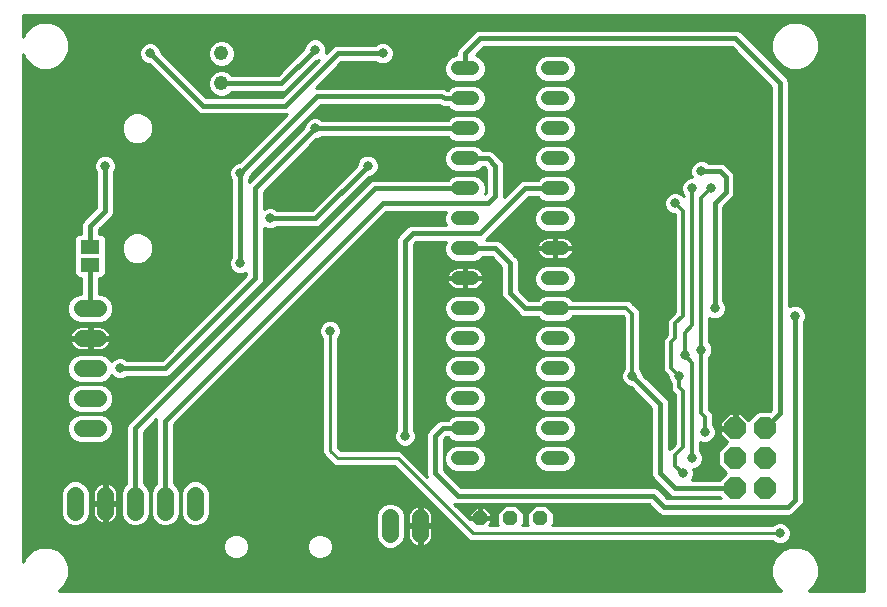
<source format=gbl>
G75*
G70*
%OFA0B0*%
%FSLAX24Y24*%
%IPPOS*%
%LPD*%
%AMOC8*
5,1,8,0,0,1.08239X$1,22.5*
%
%ADD10OC8,0.0740*%
%ADD11C,0.0480*%
%ADD12C,0.0480*%
%ADD13OC8,0.0480*%
%ADD14C,0.0554*%
%ADD15R,0.0630X0.0460*%
%ADD16C,0.0316*%
%ADD17C,0.0100*%
%ADD18C,0.0120*%
%ADD19C,0.0160*%
D10*
X025159Y004905D03*
X026159Y004905D03*
X026159Y005905D03*
X025159Y005905D03*
X025159Y006905D03*
X026159Y006905D03*
D11*
X019399Y006905D02*
X018919Y006905D01*
X018919Y005905D02*
X019399Y005905D01*
X019399Y007905D02*
X018919Y007905D01*
X018919Y008905D02*
X019399Y008905D01*
X019399Y009905D02*
X018919Y009905D01*
X018919Y010905D02*
X019399Y010905D01*
X019399Y011905D02*
X018919Y011905D01*
X018919Y012905D02*
X019399Y012905D01*
X019399Y013905D02*
X018919Y013905D01*
X018919Y014905D02*
X019399Y014905D01*
X019399Y015905D02*
X018919Y015905D01*
X018919Y016905D02*
X019399Y016905D01*
X019399Y017905D02*
X018919Y017905D01*
X018919Y018905D02*
X019399Y018905D01*
X016399Y018905D02*
X015919Y018905D01*
X015919Y017905D02*
X016399Y017905D01*
X016399Y016905D02*
X015919Y016905D01*
X015919Y015905D02*
X016399Y015905D01*
X016399Y014905D02*
X015919Y014905D01*
X015919Y013905D02*
X016399Y013905D01*
X016399Y012905D02*
X015919Y012905D01*
X015919Y011905D02*
X016399Y011905D01*
X016399Y010905D02*
X015919Y010905D01*
X015919Y009905D02*
X016399Y009905D01*
X016399Y008905D02*
X015919Y008905D01*
X015919Y007905D02*
X016399Y007905D01*
X016399Y006905D02*
X015919Y006905D01*
X015919Y005905D02*
X016399Y005905D01*
D12*
X008034Y018405D03*
X008034Y019405D03*
D13*
X016659Y003905D03*
X017659Y003905D03*
X018659Y003905D03*
D14*
X014659Y003932D02*
X014659Y003378D01*
X013659Y003378D02*
X013659Y003932D01*
X007159Y004128D02*
X007159Y004682D01*
X006159Y004682D02*
X006159Y004128D01*
X005159Y004128D02*
X005159Y004682D01*
X004159Y004682D02*
X004159Y004128D01*
X003159Y004128D02*
X003159Y004682D01*
X003382Y006905D02*
X003936Y006905D01*
X003936Y007905D02*
X003382Y007905D01*
X003382Y008905D02*
X003936Y008905D01*
X003936Y009905D02*
X003382Y009905D01*
X003382Y010905D02*
X003936Y010905D01*
D15*
X003659Y012355D03*
X003659Y012955D03*
D16*
X004159Y015655D03*
X008659Y015405D03*
X009659Y013905D03*
X008659Y012405D03*
X011659Y010155D03*
X014159Y006655D03*
X021722Y007343D03*
X021722Y008655D03*
X023284Y008655D03*
X023472Y009343D03*
X024034Y009530D03*
X024472Y010905D03*
X027159Y010655D03*
X024159Y006780D03*
X023722Y005905D03*
X023409Y005405D03*
X026659Y003405D03*
X023159Y014405D03*
X023722Y014905D03*
X024347Y014905D03*
X024034Y015468D03*
X013409Y019405D03*
X012409Y017530D03*
X011159Y016905D03*
X012909Y015655D03*
X011159Y019530D03*
X005659Y019405D03*
X004659Y008905D03*
D17*
X002838Y001701D02*
X002617Y001480D01*
X026701Y001480D01*
X026480Y001701D01*
X026358Y001996D01*
X026358Y002314D01*
X026480Y002609D01*
X026705Y002834D01*
X027000Y002956D01*
X027318Y002956D01*
X027613Y002834D01*
X027838Y002609D01*
X027960Y002314D01*
X027960Y001996D01*
X027838Y001701D01*
X027617Y001480D01*
X029468Y001480D01*
X029468Y020665D01*
X001409Y020665D01*
X001409Y019938D01*
X001480Y020109D01*
X001705Y020334D01*
X002000Y020456D01*
X002318Y020456D01*
X002613Y020334D01*
X002838Y020109D01*
X002960Y019814D01*
X002960Y019496D01*
X002838Y019201D01*
X002613Y018976D01*
X002318Y018854D01*
X002000Y018854D01*
X001705Y018976D01*
X001480Y019201D01*
X001409Y019372D01*
X001409Y002438D01*
X001480Y002609D01*
X001705Y002834D01*
X002000Y002956D01*
X002318Y002956D01*
X002613Y002834D01*
X002838Y002609D01*
X002960Y002314D01*
X002960Y001996D01*
X002838Y001701D01*
X002854Y001739D02*
X026464Y001739D01*
X026423Y001838D02*
X002895Y001838D01*
X002936Y001936D02*
X026383Y001936D01*
X026358Y002035D02*
X002960Y002035D01*
X002960Y002133D02*
X026358Y002133D01*
X026358Y002232D02*
X002960Y002232D01*
X002954Y002330D02*
X026364Y002330D01*
X026405Y002429D02*
X002913Y002429D01*
X002872Y002527D02*
X026446Y002527D01*
X026497Y002626D02*
X011578Y002626D01*
X011558Y002606D02*
X011679Y002726D01*
X011744Y002883D01*
X011744Y003053D01*
X011679Y003210D01*
X011558Y003330D01*
X011401Y003395D01*
X011232Y003395D01*
X011075Y003330D01*
X010954Y003210D01*
X010889Y003053D01*
X010889Y002883D01*
X010954Y002726D01*
X011075Y002606D01*
X011232Y002541D01*
X011401Y002541D01*
X011558Y002606D01*
X011677Y002725D02*
X026595Y002725D01*
X026694Y002823D02*
X011719Y002823D01*
X011744Y002922D02*
X013489Y002922D01*
X013562Y002891D02*
X013383Y002966D01*
X013246Y003102D01*
X013172Y003281D01*
X013172Y004029D01*
X013246Y004208D01*
X013383Y004345D01*
X013562Y004419D01*
X013756Y004419D01*
X013935Y004345D01*
X014072Y004208D01*
X014146Y004029D01*
X014146Y003281D01*
X014072Y003102D01*
X013935Y002966D01*
X013756Y002891D01*
X013562Y002891D01*
X013329Y003020D02*
X011744Y003020D01*
X011716Y003119D02*
X013240Y003119D01*
X013199Y003217D02*
X011671Y003217D01*
X011573Y003316D02*
X013172Y003316D01*
X013172Y003414D02*
X001409Y003414D01*
X001409Y003316D02*
X008265Y003316D01*
X008279Y003330D02*
X008159Y003210D01*
X008094Y003053D01*
X008094Y002883D01*
X008159Y002726D01*
X008279Y002606D01*
X008436Y002541D01*
X008606Y002541D01*
X008763Y002606D01*
X008883Y002726D01*
X008948Y002883D01*
X008948Y003053D01*
X008883Y003210D01*
X008763Y003330D01*
X008606Y003395D01*
X008436Y003395D01*
X008279Y003330D01*
X008166Y003217D02*
X001409Y003217D01*
X001409Y003119D02*
X008121Y003119D01*
X008094Y003020D02*
X001409Y003020D01*
X001409Y002922D02*
X001916Y002922D01*
X001694Y002823D02*
X001409Y002823D01*
X001409Y002725D02*
X001595Y002725D01*
X001497Y002626D02*
X001409Y002626D01*
X001409Y002527D02*
X001446Y002527D01*
X002402Y002922D02*
X008094Y002922D01*
X008119Y002823D02*
X002624Y002823D01*
X002723Y002725D02*
X008161Y002725D01*
X008259Y002626D02*
X002821Y002626D01*
X002777Y001641D02*
X026541Y001641D01*
X026639Y001542D02*
X002679Y001542D01*
X001409Y003513D02*
X013172Y003513D01*
X013172Y003611D02*
X001409Y003611D01*
X001409Y003710D02*
X002897Y003710D01*
X002883Y003716D02*
X003062Y003641D01*
X003256Y003641D01*
X003435Y003716D01*
X003572Y003852D01*
X003646Y004031D01*
X003646Y004779D01*
X003572Y004958D01*
X003435Y005095D01*
X003256Y005169D01*
X003062Y005169D01*
X002883Y005095D01*
X002746Y004958D01*
X002672Y004779D01*
X002672Y004031D01*
X002746Y003852D01*
X002883Y003716D01*
X002790Y003809D02*
X001409Y003809D01*
X001409Y003907D02*
X002724Y003907D01*
X002683Y004006D02*
X001409Y004006D01*
X001409Y004104D02*
X002672Y004104D01*
X002672Y004203D02*
X001409Y004203D01*
X001409Y004301D02*
X002672Y004301D01*
X002672Y004400D02*
X001409Y004400D01*
X001409Y004498D02*
X002672Y004498D01*
X002672Y004597D02*
X001409Y004597D01*
X001409Y004695D02*
X002672Y004695D01*
X002679Y004794D02*
X001409Y004794D01*
X001409Y004892D02*
X002719Y004892D01*
X002780Y004991D02*
X001409Y004991D01*
X001409Y005090D02*
X002878Y005090D01*
X003440Y005090D02*
X004869Y005090D01*
X004869Y005080D02*
X004746Y004958D01*
X004672Y004779D01*
X004672Y004031D01*
X004746Y003852D01*
X004883Y003716D01*
X005062Y003641D01*
X005256Y003641D01*
X005435Y003716D01*
X005572Y003852D01*
X005646Y004031D01*
X005646Y004779D01*
X005572Y004958D01*
X005449Y005080D01*
X005449Y006785D01*
X005869Y007205D01*
X005869Y005080D01*
X005746Y004958D01*
X005672Y004779D01*
X005672Y004031D01*
X005746Y003852D01*
X005883Y003716D01*
X006062Y003641D01*
X006256Y003641D01*
X006435Y003716D01*
X006572Y003852D01*
X006646Y004031D01*
X006646Y004779D01*
X006572Y004958D01*
X006449Y005080D01*
X006449Y007035D01*
X013529Y014115D01*
X015519Y014115D01*
X015469Y013995D01*
X015469Y013816D01*
X015519Y013695D01*
X014351Y013695D01*
X014245Y013651D01*
X014163Y013569D01*
X013913Y013319D01*
X013869Y013213D01*
X013869Y013097D01*
X013869Y006886D01*
X013847Y006864D01*
X013791Y006728D01*
X013791Y006582D01*
X013847Y006447D01*
X013951Y006343D01*
X014086Y006287D01*
X014232Y006287D01*
X014368Y006343D01*
X014471Y006447D01*
X014527Y006582D01*
X014527Y006728D01*
X014471Y006864D01*
X014449Y006886D01*
X014449Y013035D01*
X014529Y013115D01*
X015519Y013115D01*
X015469Y012995D01*
X015469Y012816D01*
X015538Y012650D01*
X015664Y012524D01*
X015830Y012455D01*
X016489Y012455D01*
X016654Y012524D01*
X016745Y012615D01*
X017039Y012615D01*
X017369Y012285D01*
X017369Y011463D01*
X017369Y011347D01*
X017413Y011241D01*
X017913Y010741D01*
X017913Y010741D01*
X017995Y010659D01*
X018101Y010615D01*
X018573Y010615D01*
X018664Y010524D01*
X018830Y010455D01*
X019489Y010455D01*
X019654Y010524D01*
X019765Y010635D01*
X021422Y010635D01*
X021452Y010606D01*
X021452Y008906D01*
X021409Y008864D01*
X021353Y008728D01*
X021353Y008582D01*
X021409Y008447D01*
X021513Y008343D01*
X021648Y008287D01*
X021680Y008287D01*
X022369Y007597D01*
X022369Y005347D01*
X022413Y005241D01*
X022495Y005159D01*
X022995Y004659D01*
X023101Y004615D01*
X023217Y004615D01*
X024629Y004615D01*
X024674Y004570D01*
X022904Y004570D01*
X022573Y004901D01*
X022467Y004945D01*
X022351Y004945D01*
X016029Y004945D01*
X015449Y005525D01*
X015449Y006535D01*
X015529Y006615D01*
X015573Y006615D01*
X015664Y006524D01*
X015830Y006455D01*
X016489Y006455D01*
X016654Y006524D01*
X016781Y006650D01*
X016849Y006816D01*
X016849Y006995D01*
X016781Y007160D01*
X016654Y007287D01*
X016489Y007355D01*
X015830Y007355D01*
X015664Y007287D01*
X015573Y007195D01*
X015467Y007195D01*
X015351Y007195D01*
X015245Y007151D01*
X014995Y006901D01*
X014913Y006819D01*
X014869Y006713D01*
X014869Y005463D01*
X014869Y005347D01*
X014894Y005288D01*
X014056Y006126D01*
X013961Y006165D01*
X013857Y006165D01*
X012017Y006165D01*
X011919Y006263D01*
X011919Y009894D01*
X011971Y009947D01*
X012027Y010082D01*
X012027Y010228D01*
X011971Y010364D01*
X011868Y010467D01*
X011732Y010523D01*
X011586Y010523D01*
X011451Y010467D01*
X011347Y010364D01*
X011291Y010228D01*
X011291Y010082D01*
X011347Y009947D01*
X011399Y009894D01*
X011399Y006207D01*
X011399Y006103D01*
X011439Y006008D01*
X011689Y005758D01*
X011762Y005685D01*
X011857Y005645D01*
X013801Y005645D01*
X016189Y003258D01*
X016262Y003185D01*
X016357Y003145D01*
X026398Y003145D01*
X026451Y003093D01*
X026586Y003037D01*
X026732Y003037D01*
X026868Y003093D01*
X026971Y003197D01*
X027027Y003332D01*
X027027Y003478D01*
X026971Y003614D01*
X026868Y003717D01*
X026732Y003773D01*
X026586Y003773D01*
X026451Y003717D01*
X026398Y003665D01*
X019055Y003665D01*
X019109Y003719D01*
X019109Y004091D01*
X018845Y004355D01*
X018473Y004355D01*
X018209Y004091D01*
X018209Y003719D01*
X018263Y003665D01*
X018055Y003665D01*
X018109Y003719D01*
X018109Y004091D01*
X017845Y004355D01*
X017473Y004355D01*
X017209Y004091D01*
X017209Y003719D01*
X017263Y003665D01*
X016942Y003665D01*
X017029Y003752D01*
X017029Y003875D01*
X016689Y003875D01*
X016689Y003935D01*
X017029Y003935D01*
X017029Y004058D01*
X016812Y004275D01*
X016689Y004275D01*
X016689Y003935D01*
X016629Y003935D01*
X016629Y003875D01*
X016307Y003875D01*
X015792Y004390D01*
X015851Y004365D01*
X022289Y004365D01*
X022538Y004116D01*
X022620Y004034D01*
X022726Y003990D01*
X026851Y003990D01*
X026967Y003990D01*
X027073Y004034D01*
X027323Y004284D01*
X027405Y004366D01*
X027449Y004472D01*
X027449Y010424D01*
X027471Y010447D01*
X027527Y010582D01*
X027527Y010728D01*
X027471Y010864D01*
X027368Y010967D01*
X027232Y011023D01*
X027086Y011023D01*
X026951Y010967D01*
X026949Y010966D01*
X026949Y018347D01*
X026949Y018463D01*
X026905Y018569D01*
X025405Y020069D01*
X025323Y020151D01*
X025217Y020195D01*
X016717Y020195D01*
X016601Y020195D01*
X016495Y020151D01*
X015995Y019651D01*
X015913Y019569D01*
X015869Y019463D01*
X015869Y019355D01*
X015830Y019355D01*
X015664Y019287D01*
X015538Y019160D01*
X015469Y018995D01*
X015469Y018816D01*
X015538Y018650D01*
X015664Y018524D01*
X015830Y018455D01*
X016489Y018455D01*
X016654Y018524D01*
X016781Y018650D01*
X016849Y018816D01*
X016849Y018995D01*
X016781Y019160D01*
X016654Y019287D01*
X016510Y019346D01*
X016779Y019615D01*
X025039Y019615D01*
X026369Y018285D01*
X026369Y007525D01*
X026329Y007485D01*
X025919Y007485D01*
X025602Y007169D01*
X025366Y007405D01*
X025209Y007405D01*
X025209Y006955D01*
X025109Y006955D01*
X025109Y006855D01*
X024659Y006855D01*
X024659Y006698D01*
X024895Y006462D01*
X024579Y006145D01*
X024579Y005665D01*
X024839Y005405D01*
X024629Y005195D01*
X023720Y005195D01*
X023721Y005197D01*
X023777Y005332D01*
X023777Y005478D01*
X023753Y005537D01*
X023795Y005537D01*
X023930Y005593D01*
X024034Y005697D01*
X024090Y005832D01*
X024090Y005978D01*
X024034Y006114D01*
X023992Y006156D01*
X023992Y006451D01*
X024086Y006412D01*
X024232Y006412D01*
X024368Y006468D01*
X024471Y006572D01*
X024527Y006707D01*
X024527Y006853D01*
X024471Y006989D01*
X024429Y007031D01*
X024429Y007334D01*
X024388Y007433D01*
X024312Y007509D01*
X024304Y007517D01*
X024304Y009279D01*
X024346Y009322D01*
X024402Y009457D01*
X024402Y009603D01*
X024346Y009739D01*
X024304Y009781D01*
X024304Y010576D01*
X024398Y010537D01*
X024545Y010537D01*
X024680Y010593D01*
X024784Y010697D01*
X024840Y010832D01*
X024840Y010978D01*
X024784Y011114D01*
X024762Y011136D01*
X024762Y014285D01*
X025092Y014616D01*
X025137Y014722D01*
X025137Y014838D01*
X025137Y015338D01*
X025092Y015444D01*
X025011Y015526D01*
X024823Y015713D01*
X024717Y015758D01*
X024601Y015758D01*
X024265Y015758D01*
X024243Y015780D01*
X024107Y015836D01*
X023961Y015836D01*
X023826Y015780D01*
X023722Y015676D01*
X023666Y015541D01*
X023666Y015394D01*
X023716Y015273D01*
X023648Y015273D01*
X023513Y015217D01*
X023409Y015114D01*
X023353Y014978D01*
X023353Y014832D01*
X023409Y014697D01*
X023452Y014655D01*
X023452Y014633D01*
X023368Y014717D01*
X023232Y014773D01*
X023086Y014773D01*
X022951Y014717D01*
X022847Y014614D01*
X022791Y014478D01*
X022791Y014332D01*
X022847Y014197D01*
X022951Y014093D01*
X023086Y014037D01*
X023139Y014037D01*
X023139Y010767D01*
X023006Y010634D01*
X022930Y010558D01*
X022889Y010459D01*
X022889Y010017D01*
X022881Y010009D01*
X022805Y009933D01*
X022764Y009834D01*
X022764Y008959D01*
X022764Y008851D01*
X022805Y008752D01*
X022916Y008641D01*
X022916Y008582D01*
X022972Y008447D01*
X023014Y008405D01*
X023014Y008226D01*
X023055Y008127D01*
X023131Y008051D01*
X023139Y008043D01*
X023139Y006392D01*
X023006Y006259D01*
X022949Y006202D01*
X022949Y007660D01*
X022949Y007775D01*
X022905Y007882D01*
X022090Y008697D01*
X022090Y008728D01*
X022034Y008864D01*
X021992Y008906D01*
X021992Y010664D01*
X021992Y010771D01*
X021950Y010871D01*
X021763Y011058D01*
X021687Y011134D01*
X021588Y011175D01*
X019765Y011175D01*
X019654Y011287D01*
X019489Y011355D01*
X018830Y011355D01*
X018664Y011287D01*
X018573Y011195D01*
X018279Y011195D01*
X017949Y011525D01*
X017949Y012463D01*
X017905Y012569D01*
X017823Y012651D01*
X017405Y013069D01*
X017405Y013069D01*
X017323Y013151D01*
X017217Y013195D01*
X016859Y013195D01*
X018279Y014615D01*
X018573Y014615D01*
X018664Y014524D01*
X018830Y014455D01*
X019489Y014455D01*
X019654Y014524D01*
X019781Y014650D01*
X019849Y014816D01*
X019849Y014995D01*
X019781Y015160D01*
X019654Y015287D01*
X019489Y015355D01*
X018830Y015355D01*
X018664Y015287D01*
X018573Y015195D01*
X018101Y015195D01*
X017995Y015151D01*
X017913Y015069D01*
X017449Y014605D01*
X017449Y014713D01*
X017449Y015713D01*
X017405Y015819D01*
X017323Y015901D01*
X017073Y016151D01*
X016967Y016195D01*
X016851Y016195D01*
X016745Y016195D01*
X016654Y016287D01*
X016489Y016355D01*
X015830Y016355D01*
X015664Y016287D01*
X015538Y016160D01*
X015469Y015995D01*
X015469Y015816D01*
X015538Y015650D01*
X015664Y015524D01*
X015830Y015455D01*
X016489Y015455D01*
X016654Y015524D01*
X016745Y015615D01*
X016789Y015615D01*
X016869Y015535D01*
X016869Y014775D01*
X016806Y014712D01*
X016849Y014816D01*
X016849Y014995D01*
X016781Y015160D01*
X016654Y015287D01*
X016489Y015355D01*
X015830Y015355D01*
X015664Y015287D01*
X015573Y015195D01*
X013101Y015195D01*
X012995Y015151D01*
X012913Y015069D01*
X004913Y007069D01*
X004869Y006963D01*
X004869Y006847D01*
X004869Y005080D01*
X004869Y005188D02*
X001409Y005188D01*
X001409Y005287D02*
X004869Y005287D01*
X004869Y005385D02*
X001409Y005385D01*
X001409Y005484D02*
X004869Y005484D01*
X004869Y005582D02*
X001409Y005582D01*
X001409Y005681D02*
X004869Y005681D01*
X004869Y005779D02*
X001409Y005779D01*
X001409Y005878D02*
X004869Y005878D01*
X004869Y005976D02*
X001409Y005976D01*
X001409Y006075D02*
X004869Y006075D01*
X004869Y006174D02*
X001409Y006174D01*
X001409Y006272D02*
X004869Y006272D01*
X004869Y006371D02*
X001409Y006371D01*
X001409Y006469D02*
X003162Y006469D01*
X003106Y006492D02*
X003285Y006418D01*
X004033Y006418D01*
X004212Y006492D01*
X004349Y006629D01*
X004423Y006808D01*
X004423Y007002D01*
X004349Y007181D01*
X004212Y007318D01*
X004033Y007392D01*
X003285Y007392D01*
X003106Y007318D01*
X002969Y007181D01*
X002895Y007002D01*
X002895Y006808D01*
X002969Y006629D01*
X003106Y006492D01*
X003031Y006568D02*
X001409Y006568D01*
X001409Y006666D02*
X002954Y006666D01*
X002913Y006765D02*
X001409Y006765D01*
X001409Y006863D02*
X002895Y006863D01*
X002895Y006962D02*
X001409Y006962D01*
X001409Y007060D02*
X002920Y007060D01*
X002960Y007159D02*
X001409Y007159D01*
X001409Y007258D02*
X003046Y007258D01*
X003199Y007356D02*
X001409Y007356D01*
X001409Y007455D02*
X003198Y007455D01*
X003285Y007418D02*
X004033Y007418D01*
X004212Y007492D01*
X004349Y007629D01*
X004423Y007808D01*
X004423Y008002D01*
X004349Y008181D01*
X004212Y008318D01*
X004033Y008392D01*
X003285Y008392D01*
X003106Y008318D01*
X002969Y008181D01*
X002895Y008002D01*
X002895Y007808D01*
X002969Y007629D01*
X003106Y007492D01*
X003285Y007418D01*
X003046Y007553D02*
X001409Y007553D01*
X001409Y007652D02*
X002960Y007652D01*
X002919Y007750D02*
X001409Y007750D01*
X001409Y007849D02*
X002895Y007849D01*
X002895Y007947D02*
X001409Y007947D01*
X001409Y008046D02*
X002914Y008046D01*
X002954Y008144D02*
X001409Y008144D01*
X001409Y008243D02*
X003032Y008243D01*
X003164Y008341D02*
X001409Y008341D01*
X001409Y008440D02*
X003233Y008440D01*
X003285Y008418D02*
X004033Y008418D01*
X004212Y008492D01*
X004349Y008629D01*
X004368Y008676D01*
X004451Y008593D01*
X004586Y008537D01*
X004732Y008537D01*
X004868Y008593D01*
X004890Y008615D01*
X006101Y008615D01*
X006217Y008615D01*
X006323Y008659D01*
X009323Y011659D01*
X009405Y011741D01*
X009449Y011847D01*
X009449Y013595D01*
X009451Y013593D01*
X009586Y013537D01*
X009732Y013537D01*
X009868Y013593D01*
X009890Y013615D01*
X011217Y013615D01*
X011323Y013659D01*
X011405Y013741D01*
X012951Y015287D01*
X012982Y015287D01*
X013118Y015343D01*
X013221Y015447D01*
X013277Y015582D01*
X013277Y015728D01*
X013221Y015864D01*
X013118Y015967D01*
X012982Y016023D01*
X012836Y016023D01*
X012701Y015967D01*
X012597Y015864D01*
X012541Y015728D01*
X012541Y015697D01*
X011039Y014195D01*
X009890Y014195D01*
X009868Y014217D01*
X009732Y014273D01*
X009586Y014273D01*
X009451Y014217D01*
X009449Y014216D01*
X009449Y014785D01*
X011201Y016537D01*
X011232Y016537D01*
X011368Y016593D01*
X011390Y016615D01*
X015573Y016615D01*
X015664Y016524D01*
X015830Y016455D01*
X016489Y016455D01*
X016654Y016524D01*
X016781Y016650D01*
X016849Y016816D01*
X018469Y016816D01*
X018538Y016650D01*
X018664Y016524D01*
X018830Y016455D01*
X019489Y016455D01*
X019654Y016524D01*
X019781Y016650D01*
X019849Y016816D01*
X026369Y016816D01*
X026369Y016718D02*
X019808Y016718D01*
X019849Y016816D02*
X019849Y016995D01*
X019781Y017160D01*
X019654Y017287D01*
X019489Y017355D01*
X018830Y017355D01*
X018664Y017287D01*
X018538Y017160D01*
X018469Y016995D01*
X018469Y016816D01*
X018469Y016915D02*
X016849Y016915D01*
X016849Y016995D02*
X016849Y016816D01*
X016808Y016718D02*
X018510Y016718D01*
X018569Y016619D02*
X016749Y016619D01*
X016647Y016521D02*
X018671Y016521D01*
X018753Y016324D02*
X016565Y016324D01*
X016716Y016225D02*
X018603Y016225D01*
X018664Y016287D02*
X018538Y016160D01*
X018469Y015995D01*
X018469Y015816D01*
X018538Y015650D01*
X018664Y015524D01*
X018830Y015455D01*
X019489Y015455D01*
X019654Y015524D01*
X019781Y015650D01*
X019849Y015816D01*
X019849Y015995D01*
X019781Y016160D01*
X019654Y016287D01*
X019489Y016355D01*
X018830Y016355D01*
X018664Y016287D01*
X018524Y016126D02*
X017098Y016126D01*
X017196Y016028D02*
X018483Y016028D01*
X018469Y015929D02*
X017295Y015929D01*
X017393Y015831D02*
X018469Y015831D01*
X018504Y015732D02*
X017441Y015732D01*
X017449Y015634D02*
X018554Y015634D01*
X018653Y015535D02*
X017449Y015535D01*
X017449Y015437D02*
X023666Y015437D01*
X023666Y015535D02*
X019665Y015535D01*
X019764Y015634D02*
X023704Y015634D01*
X023778Y015732D02*
X019814Y015732D01*
X019849Y015831D02*
X023949Y015831D01*
X024119Y015831D02*
X026369Y015831D01*
X026369Y015929D02*
X019849Y015929D01*
X019835Y016028D02*
X026369Y016028D01*
X026369Y016126D02*
X019794Y016126D01*
X019716Y016225D02*
X026369Y016225D01*
X026369Y016324D02*
X019565Y016324D01*
X019647Y016521D02*
X026369Y016521D01*
X026369Y016619D02*
X019749Y016619D01*
X019849Y016915D02*
X026369Y016915D01*
X026369Y017013D02*
X019841Y017013D01*
X019800Y017112D02*
X026369Y017112D01*
X026369Y017210D02*
X019730Y017210D01*
X019600Y017309D02*
X026369Y017309D01*
X026369Y017407D02*
X011072Y017407D01*
X011086Y017273D02*
X010951Y017217D01*
X010847Y017114D01*
X010791Y016978D01*
X010791Y016947D01*
X008995Y015151D01*
X008949Y015105D01*
X008949Y015174D01*
X008971Y015197D01*
X009027Y015332D01*
X009027Y015363D01*
X011342Y017678D01*
X015278Y017678D01*
X015300Y017667D01*
X015307Y017659D01*
X015351Y017641D01*
X015393Y017620D01*
X015404Y017619D01*
X015414Y017615D01*
X015461Y017615D01*
X015509Y017612D01*
X015519Y017615D01*
X015573Y017615D01*
X015664Y017524D01*
X015830Y017455D01*
X016489Y017455D01*
X016654Y017524D01*
X016781Y017650D01*
X016849Y017816D01*
X016849Y017995D01*
X016781Y018160D01*
X016654Y018287D01*
X016489Y018355D01*
X015830Y018355D01*
X015664Y018287D01*
X015573Y018195D01*
X015540Y018195D01*
X015518Y018206D01*
X015511Y018213D01*
X015467Y018232D01*
X015425Y018253D01*
X015414Y018254D01*
X015404Y018258D01*
X015357Y018258D01*
X015310Y018261D01*
X015300Y018258D01*
X011279Y018258D01*
X011172Y018258D01*
X012029Y019115D01*
X013178Y019115D01*
X013201Y019093D01*
X013336Y019037D01*
X013482Y019037D01*
X013618Y019093D01*
X013721Y019197D01*
X013777Y019332D01*
X013777Y019478D01*
X013721Y019614D01*
X013618Y019717D01*
X013482Y019773D01*
X013336Y019773D01*
X013201Y019717D01*
X013178Y019695D01*
X011967Y019695D01*
X011851Y019695D01*
X011745Y019651D01*
X011510Y019417D01*
X011527Y019457D01*
X011527Y019603D01*
X011471Y019739D01*
X011368Y019842D01*
X011232Y019898D01*
X011086Y019898D01*
X010951Y019842D01*
X010847Y019739D01*
X010791Y019603D01*
X010791Y019572D01*
X009914Y018695D01*
X008380Y018695D01*
X008289Y018787D01*
X008124Y018855D01*
X007945Y018855D01*
X007779Y018787D01*
X007653Y018660D01*
X007584Y018495D01*
X007584Y018316D01*
X007653Y018150D01*
X007779Y018024D01*
X007945Y017955D01*
X008124Y017955D01*
X008289Y018024D01*
X008380Y018115D01*
X009976Y018115D01*
X010092Y018115D01*
X010198Y018159D01*
X011201Y019162D01*
X011232Y019162D01*
X011273Y019179D01*
X010039Y017945D01*
X007529Y017945D01*
X006027Y019447D01*
X006027Y019478D01*
X005971Y019614D01*
X005868Y019717D01*
X005732Y019773D01*
X005586Y019773D01*
X005451Y019717D01*
X005347Y019614D01*
X005291Y019478D01*
X005291Y019332D01*
X005347Y019197D01*
X005451Y019093D01*
X005586Y019037D01*
X005617Y019037D01*
X007245Y017409D01*
X007351Y017365D01*
X007467Y017365D01*
X010101Y017365D01*
X010209Y017365D01*
X008617Y015773D01*
X008586Y015773D01*
X008451Y015717D01*
X008347Y015614D01*
X008291Y015478D01*
X008291Y015332D01*
X008347Y015197D01*
X008369Y015174D01*
X008369Y012636D01*
X008347Y012614D01*
X008291Y012478D01*
X008291Y012332D01*
X008347Y012197D01*
X008451Y012093D01*
X008586Y012037D01*
X008732Y012037D01*
X008868Y012093D01*
X008869Y012095D01*
X008869Y012025D01*
X006039Y009195D01*
X004890Y009195D01*
X004868Y009217D01*
X004732Y009273D01*
X004586Y009273D01*
X004451Y009217D01*
X004368Y009134D01*
X004349Y009181D01*
X004212Y009318D01*
X004033Y009392D01*
X003285Y009392D01*
X003106Y009318D01*
X002969Y009181D01*
X002895Y009002D01*
X002895Y008808D01*
X002969Y008629D01*
X003106Y008492D01*
X003285Y008418D01*
X003060Y008539D02*
X001409Y008539D01*
X001409Y008637D02*
X002966Y008637D01*
X002925Y008736D02*
X001409Y008736D01*
X001409Y008834D02*
X002895Y008834D01*
X002895Y008933D02*
X001409Y008933D01*
X001409Y009031D02*
X002908Y009031D01*
X002948Y009130D02*
X001409Y009130D01*
X001409Y009228D02*
X003017Y009228D01*
X003128Y009327D02*
X001409Y009327D01*
X001409Y009425D02*
X006269Y009425D01*
X006171Y009327D02*
X004190Y009327D01*
X004301Y009228D02*
X004478Y009228D01*
X004840Y009228D02*
X006072Y009228D01*
X006368Y009524D02*
X004079Y009524D01*
X004055Y009514D02*
X004129Y009545D01*
X004195Y009589D01*
X004252Y009646D01*
X004296Y009712D01*
X004327Y009786D01*
X004341Y009857D01*
X003708Y009857D01*
X003708Y009954D01*
X004341Y009954D01*
X004327Y010024D01*
X004296Y010098D01*
X004252Y010164D01*
X004195Y010221D01*
X004129Y010266D01*
X004055Y010296D01*
X003976Y010312D01*
X003707Y010312D01*
X003707Y009954D01*
X003611Y009954D01*
X003611Y010312D01*
X003342Y010312D01*
X003264Y010296D01*
X003189Y010266D01*
X003123Y010221D01*
X003066Y010164D01*
X003022Y010098D01*
X002991Y010024D01*
X002977Y009954D01*
X003610Y009954D01*
X003610Y009857D01*
X002977Y009857D01*
X002991Y009786D01*
X003022Y009712D01*
X003066Y009646D01*
X003123Y009589D01*
X003189Y009545D01*
X003264Y009514D01*
X003342Y009498D01*
X003611Y009498D01*
X003611Y009856D01*
X003707Y009856D01*
X003707Y009498D01*
X003976Y009498D01*
X004055Y009514D01*
X004229Y009623D02*
X006466Y009623D01*
X006565Y009721D02*
X004300Y009721D01*
X004334Y009820D02*
X006663Y009820D01*
X006762Y009918D02*
X003708Y009918D01*
X003610Y009918D02*
X001409Y009918D01*
X001409Y009820D02*
X002984Y009820D01*
X003018Y009721D02*
X001409Y009721D01*
X001409Y009623D02*
X003089Y009623D01*
X003239Y009524D02*
X001409Y009524D01*
X001409Y010017D02*
X002990Y010017D01*
X003033Y010115D02*
X001409Y010115D01*
X001409Y010214D02*
X003116Y010214D01*
X003285Y010418D02*
X004033Y010418D01*
X004212Y010492D01*
X004349Y010629D01*
X004423Y010808D01*
X004423Y011002D01*
X004349Y011181D01*
X004212Y011318D01*
X004033Y011392D01*
X003949Y011392D01*
X003949Y011915D01*
X004061Y011915D01*
X004184Y012038D01*
X004184Y012672D01*
X004184Y013272D01*
X004061Y013395D01*
X003949Y013395D01*
X003949Y013535D01*
X004405Y013991D01*
X004449Y014097D01*
X004449Y014213D01*
X004449Y015424D01*
X004471Y015447D01*
X004527Y015582D01*
X004527Y015728D01*
X004471Y015864D01*
X004368Y015967D01*
X004232Y016023D01*
X004086Y016023D01*
X003951Y015967D01*
X003847Y015864D01*
X003791Y015728D01*
X003791Y015582D01*
X003847Y015447D01*
X003869Y015424D01*
X003869Y014275D01*
X003495Y013901D01*
X003413Y013819D01*
X003369Y013713D01*
X003369Y013395D01*
X003257Y013395D01*
X003134Y013272D01*
X003134Y012672D01*
X003134Y012038D01*
X003257Y011915D01*
X003369Y011915D01*
X003369Y011392D01*
X003285Y011392D01*
X003106Y011318D01*
X002969Y011181D01*
X002895Y011002D01*
X002895Y010808D01*
X002969Y010629D01*
X003106Y010492D01*
X003285Y010418D01*
X003089Y010509D02*
X001409Y010509D01*
X001409Y010411D02*
X007255Y010411D01*
X007353Y010509D02*
X004229Y010509D01*
X004327Y010608D02*
X007452Y010608D01*
X007550Y010707D02*
X004381Y010707D01*
X004421Y010805D02*
X007649Y010805D01*
X007747Y010904D02*
X004423Y010904D01*
X004423Y011002D02*
X007846Y011002D01*
X007945Y011101D02*
X004382Y011101D01*
X004330Y011199D02*
X008043Y011199D01*
X008142Y011298D02*
X004232Y011298D01*
X003949Y011396D02*
X008240Y011396D01*
X008339Y011495D02*
X003949Y011495D01*
X003949Y011593D02*
X008437Y011593D01*
X008536Y011692D02*
X003949Y011692D01*
X003949Y011791D02*
X008634Y011791D01*
X008733Y011889D02*
X003949Y011889D01*
X004134Y011988D02*
X008831Y011988D01*
X008851Y012086D02*
X008869Y012086D01*
X008467Y012086D02*
X004184Y012086D01*
X004184Y012185D02*
X008359Y012185D01*
X008311Y012283D02*
X004184Y012283D01*
X004184Y012382D02*
X005124Y012382D01*
X005129Y012380D02*
X005338Y012380D01*
X005532Y012460D01*
X005679Y012607D01*
X005759Y012801D01*
X005759Y013010D01*
X005679Y013203D01*
X005532Y013351D01*
X005338Y013431D01*
X005129Y013431D01*
X004936Y013351D01*
X004788Y013203D01*
X004708Y013010D01*
X004708Y012801D01*
X004788Y012607D01*
X004936Y012460D01*
X005129Y012380D01*
X005344Y012382D02*
X008291Y012382D01*
X008292Y012480D02*
X005552Y012480D01*
X005651Y012579D02*
X008333Y012579D01*
X008369Y012677D02*
X005708Y012677D01*
X005749Y012776D02*
X008369Y012776D01*
X008369Y012874D02*
X005759Y012874D01*
X005759Y012973D02*
X008369Y012973D01*
X008369Y013072D02*
X005734Y013072D01*
X005693Y013170D02*
X008369Y013170D01*
X008369Y013269D02*
X005614Y013269D01*
X005492Y013367D02*
X008369Y013367D01*
X008369Y013466D02*
X003949Y013466D01*
X003978Y013564D02*
X008369Y013564D01*
X008369Y013663D02*
X004077Y013663D01*
X004175Y013761D02*
X008369Y013761D01*
X008369Y013860D02*
X004274Y013860D01*
X004373Y013958D02*
X008369Y013958D01*
X008369Y014057D02*
X004432Y014057D01*
X004449Y014156D02*
X008369Y014156D01*
X008369Y014254D02*
X004449Y014254D01*
X004449Y014353D02*
X008369Y014353D01*
X008369Y014451D02*
X004449Y014451D01*
X004449Y014550D02*
X008369Y014550D01*
X008369Y014648D02*
X004449Y014648D01*
X004449Y014747D02*
X008369Y014747D01*
X008369Y014845D02*
X004449Y014845D01*
X004449Y014944D02*
X008369Y014944D01*
X008369Y015042D02*
X004449Y015042D01*
X004449Y015141D02*
X008369Y015141D01*
X008329Y015240D02*
X004449Y015240D01*
X004449Y015338D02*
X008291Y015338D01*
X008291Y015437D02*
X004461Y015437D01*
X004508Y015535D02*
X008314Y015535D01*
X008367Y015634D02*
X004527Y015634D01*
X004526Y015732D02*
X008487Y015732D01*
X008675Y015831D02*
X004485Y015831D01*
X004405Y015929D02*
X008773Y015929D01*
X008872Y016028D02*
X001409Y016028D01*
X001409Y016126D02*
X008970Y016126D01*
X009069Y016225D02*
X001409Y016225D01*
X001409Y016324D02*
X009167Y016324D01*
X009266Y016422D02*
X005441Y016422D01*
X005532Y016460D02*
X005338Y016380D01*
X005129Y016380D01*
X004936Y016460D01*
X004788Y016607D01*
X004708Y016801D01*
X004708Y017010D01*
X004788Y017203D01*
X004936Y017351D01*
X005129Y017431D01*
X005338Y017431D01*
X005532Y017351D01*
X005679Y017203D01*
X005759Y017010D01*
X005759Y016801D01*
X005679Y016607D01*
X005532Y016460D01*
X005593Y016521D02*
X009364Y016521D01*
X009463Y016619D02*
X005684Y016619D01*
X005725Y016718D02*
X009562Y016718D01*
X009660Y016816D02*
X005759Y016816D01*
X005759Y016915D02*
X009759Y016915D01*
X009857Y017013D02*
X005758Y017013D01*
X005717Y017112D02*
X009956Y017112D01*
X010054Y017210D02*
X005672Y017210D01*
X005573Y017309D02*
X010153Y017309D01*
X010579Y016915D02*
X010759Y016915D01*
X010805Y017013D02*
X010677Y017013D01*
X010776Y017112D02*
X010846Y017112D01*
X010874Y017210D02*
X010944Y017210D01*
X010973Y017309D02*
X015718Y017309D01*
X015664Y017287D02*
X015573Y017195D01*
X011390Y017195D01*
X011368Y017217D01*
X011232Y017273D01*
X011086Y017273D01*
X011170Y017506D02*
X015707Y017506D01*
X015583Y017605D02*
X011269Y017605D01*
X011374Y017210D02*
X015588Y017210D01*
X015664Y017287D02*
X015830Y017355D01*
X016489Y017355D01*
X016654Y017287D01*
X016781Y017160D01*
X016849Y016995D01*
X016841Y017013D02*
X018477Y017013D01*
X018518Y017112D02*
X016800Y017112D01*
X016730Y017210D02*
X018588Y017210D01*
X018718Y017309D02*
X016600Y017309D01*
X016611Y017506D02*
X018707Y017506D01*
X018664Y017524D02*
X018830Y017455D01*
X019489Y017455D01*
X019654Y017524D01*
X019781Y017650D01*
X019849Y017816D01*
X019849Y017995D01*
X019781Y018160D01*
X019654Y018287D01*
X019489Y018355D01*
X018830Y018355D01*
X018664Y018287D01*
X018538Y018160D01*
X018469Y017995D01*
X018469Y017816D01*
X018538Y017650D01*
X018664Y017524D01*
X018583Y017605D02*
X016735Y017605D01*
X016802Y017703D02*
X018516Y017703D01*
X018475Y017802D02*
X016843Y017802D01*
X016849Y017900D02*
X018469Y017900D01*
X018471Y017999D02*
X016847Y017999D01*
X016806Y018097D02*
X018512Y018097D01*
X018573Y018196D02*
X016745Y018196D01*
X016635Y018294D02*
X018683Y018294D01*
X018742Y018491D02*
X016576Y018491D01*
X016720Y018590D02*
X018598Y018590D01*
X018538Y018650D02*
X018664Y018524D01*
X018830Y018455D01*
X019489Y018455D01*
X019654Y018524D01*
X019781Y018650D01*
X019849Y018816D01*
X019849Y018995D01*
X019781Y019160D01*
X019654Y019287D01*
X019489Y019355D01*
X018830Y019355D01*
X018664Y019287D01*
X018538Y019160D01*
X018469Y018995D01*
X018469Y018816D01*
X018538Y018650D01*
X018522Y018689D02*
X016796Y018689D01*
X016837Y018787D02*
X018481Y018787D01*
X018469Y018886D02*
X016849Y018886D01*
X016849Y018984D02*
X018469Y018984D01*
X018506Y019083D02*
X016813Y019083D01*
X016759Y019181D02*
X018559Y019181D01*
X018657Y019280D02*
X016661Y019280D01*
X016542Y019378D02*
X025276Y019378D01*
X025374Y019280D02*
X019661Y019280D01*
X019759Y019181D02*
X025473Y019181D01*
X025571Y019083D02*
X019813Y019083D01*
X019849Y018984D02*
X025670Y018984D01*
X025768Y018886D02*
X019849Y018886D01*
X019837Y018787D02*
X025867Y018787D01*
X025965Y018689D02*
X019796Y018689D01*
X019720Y018590D02*
X026064Y018590D01*
X026163Y018491D02*
X019576Y018491D01*
X019635Y018294D02*
X026360Y018294D01*
X026369Y018196D02*
X019745Y018196D01*
X019806Y018097D02*
X026369Y018097D01*
X026369Y017999D02*
X019847Y017999D01*
X019849Y017900D02*
X026369Y017900D01*
X026369Y017802D02*
X019843Y017802D01*
X019802Y017703D02*
X026369Y017703D01*
X026369Y017605D02*
X019735Y017605D01*
X019611Y017506D02*
X026369Y017506D01*
X026949Y017506D02*
X029468Y017506D01*
X029468Y017407D02*
X026949Y017407D01*
X026949Y017309D02*
X029468Y017309D01*
X029468Y017210D02*
X026949Y017210D01*
X026949Y017112D02*
X029468Y017112D01*
X029468Y017013D02*
X026949Y017013D01*
X026949Y016915D02*
X029468Y016915D01*
X029468Y016816D02*
X026949Y016816D01*
X026949Y016718D02*
X029468Y016718D01*
X029468Y016619D02*
X026949Y016619D01*
X026949Y016521D02*
X029468Y016521D01*
X029468Y016422D02*
X026949Y016422D01*
X026949Y016324D02*
X029468Y016324D01*
X029468Y016225D02*
X026949Y016225D01*
X026949Y016126D02*
X029468Y016126D01*
X029468Y016028D02*
X026949Y016028D01*
X026949Y015929D02*
X029468Y015929D01*
X029468Y015831D02*
X026949Y015831D01*
X026949Y015732D02*
X029468Y015732D01*
X029468Y015634D02*
X026949Y015634D01*
X026949Y015535D02*
X029468Y015535D01*
X029468Y015437D02*
X026949Y015437D01*
X026949Y015338D02*
X029468Y015338D01*
X029468Y015240D02*
X026949Y015240D01*
X026949Y015141D02*
X029468Y015141D01*
X029468Y015042D02*
X026949Y015042D01*
X026949Y014944D02*
X029468Y014944D01*
X029468Y014845D02*
X026949Y014845D01*
X026949Y014747D02*
X029468Y014747D01*
X029468Y014648D02*
X026949Y014648D01*
X026949Y014550D02*
X029468Y014550D01*
X029468Y014451D02*
X026949Y014451D01*
X026949Y014353D02*
X029468Y014353D01*
X029468Y014254D02*
X026949Y014254D01*
X026949Y014156D02*
X029468Y014156D01*
X029468Y014057D02*
X026949Y014057D01*
X026949Y013958D02*
X029468Y013958D01*
X029468Y013860D02*
X026949Y013860D01*
X026949Y013761D02*
X029468Y013761D01*
X029468Y013663D02*
X026949Y013663D01*
X026949Y013564D02*
X029468Y013564D01*
X029468Y013466D02*
X026949Y013466D01*
X026949Y013367D02*
X029468Y013367D01*
X029468Y013269D02*
X026949Y013269D01*
X026949Y013170D02*
X029468Y013170D01*
X029468Y013072D02*
X026949Y013072D01*
X026949Y012973D02*
X029468Y012973D01*
X029468Y012874D02*
X026949Y012874D01*
X026949Y012776D02*
X029468Y012776D01*
X029468Y012677D02*
X026949Y012677D01*
X026949Y012579D02*
X029468Y012579D01*
X029468Y012480D02*
X026949Y012480D01*
X026949Y012382D02*
X029468Y012382D01*
X029468Y012283D02*
X026949Y012283D01*
X026949Y012185D02*
X029468Y012185D01*
X029468Y012086D02*
X026949Y012086D01*
X026949Y011988D02*
X029468Y011988D01*
X029468Y011889D02*
X026949Y011889D01*
X026949Y011791D02*
X029468Y011791D01*
X029468Y011692D02*
X026949Y011692D01*
X026949Y011593D02*
X029468Y011593D01*
X029468Y011495D02*
X026949Y011495D01*
X026949Y011396D02*
X029468Y011396D01*
X029468Y011298D02*
X026949Y011298D01*
X026949Y011199D02*
X029468Y011199D01*
X029468Y011101D02*
X026949Y011101D01*
X026949Y011002D02*
X027035Y011002D01*
X027283Y011002D02*
X029468Y011002D01*
X029468Y010904D02*
X027431Y010904D01*
X027495Y010805D02*
X029468Y010805D01*
X029468Y010707D02*
X027527Y010707D01*
X027527Y010608D02*
X029468Y010608D01*
X029468Y010509D02*
X027497Y010509D01*
X027449Y010411D02*
X029468Y010411D01*
X029468Y010312D02*
X027449Y010312D01*
X027449Y010214D02*
X029468Y010214D01*
X029468Y010115D02*
X027449Y010115D01*
X027449Y010017D02*
X029468Y010017D01*
X029468Y009918D02*
X027449Y009918D01*
X027449Y009820D02*
X029468Y009820D01*
X029468Y009721D02*
X027449Y009721D01*
X027449Y009623D02*
X029468Y009623D01*
X029468Y009524D02*
X027449Y009524D01*
X027449Y009425D02*
X029468Y009425D01*
X029468Y009327D02*
X027449Y009327D01*
X027449Y009228D02*
X029468Y009228D01*
X029468Y009130D02*
X027449Y009130D01*
X027449Y009031D02*
X029468Y009031D01*
X029468Y008933D02*
X027449Y008933D01*
X027449Y008834D02*
X029468Y008834D01*
X029468Y008736D02*
X027449Y008736D01*
X027449Y008637D02*
X029468Y008637D01*
X029468Y008539D02*
X027449Y008539D01*
X027449Y008440D02*
X029468Y008440D01*
X029468Y008341D02*
X027449Y008341D01*
X027449Y008243D02*
X029468Y008243D01*
X029468Y008144D02*
X027449Y008144D01*
X027449Y008046D02*
X029468Y008046D01*
X029468Y007947D02*
X027449Y007947D01*
X027449Y007849D02*
X029468Y007849D01*
X029468Y007750D02*
X027449Y007750D01*
X027449Y007652D02*
X029468Y007652D01*
X029468Y007553D02*
X027449Y007553D01*
X027449Y007455D02*
X029468Y007455D01*
X029468Y007356D02*
X027449Y007356D01*
X027449Y007258D02*
X029468Y007258D01*
X029468Y007159D02*
X027449Y007159D01*
X027449Y007060D02*
X029468Y007060D01*
X029468Y006962D02*
X027449Y006962D01*
X027449Y006863D02*
X029468Y006863D01*
X029468Y006765D02*
X027449Y006765D01*
X027449Y006666D02*
X029468Y006666D01*
X029468Y006568D02*
X027449Y006568D01*
X027449Y006469D02*
X029468Y006469D01*
X029468Y006371D02*
X027449Y006371D01*
X027449Y006272D02*
X029468Y006272D01*
X029468Y006174D02*
X027449Y006174D01*
X027449Y006075D02*
X029468Y006075D01*
X029468Y005976D02*
X027449Y005976D01*
X027449Y005878D02*
X029468Y005878D01*
X029468Y005779D02*
X027449Y005779D01*
X027449Y005681D02*
X029468Y005681D01*
X029468Y005582D02*
X027449Y005582D01*
X027449Y005484D02*
X029468Y005484D01*
X029468Y005385D02*
X027449Y005385D01*
X027449Y005287D02*
X029468Y005287D01*
X029468Y005188D02*
X027449Y005188D01*
X027449Y005090D02*
X029468Y005090D01*
X029468Y004991D02*
X027449Y004991D01*
X027449Y004892D02*
X029468Y004892D01*
X029468Y004794D02*
X027449Y004794D01*
X027449Y004695D02*
X029468Y004695D01*
X029468Y004597D02*
X027449Y004597D01*
X027449Y004498D02*
X029468Y004498D01*
X029468Y004400D02*
X027419Y004400D01*
X027340Y004301D02*
X029468Y004301D01*
X029468Y004203D02*
X027242Y004203D01*
X027143Y004104D02*
X029468Y004104D01*
X029468Y004006D02*
X027004Y004006D01*
X026875Y003710D02*
X029468Y003710D01*
X029468Y003809D02*
X019109Y003809D01*
X019109Y003907D02*
X029468Y003907D01*
X029468Y003611D02*
X026972Y003611D01*
X027013Y003513D02*
X029468Y003513D01*
X029468Y003414D02*
X027027Y003414D01*
X027020Y003316D02*
X029468Y003316D01*
X029468Y003217D02*
X026980Y003217D01*
X026893Y003119D02*
X029468Y003119D01*
X029468Y003020D02*
X014855Y003020D01*
X014852Y003018D02*
X014918Y003062D01*
X014975Y003119D01*
X015020Y003186D01*
X015050Y003260D01*
X015066Y003338D01*
X015066Y003607D01*
X014708Y003607D01*
X014708Y003704D01*
X015066Y003704D01*
X015066Y003972D01*
X015050Y004051D01*
X015020Y004125D01*
X014975Y004191D01*
X014918Y004248D01*
X014852Y004292D01*
X014778Y004323D01*
X014707Y004337D01*
X014707Y003704D01*
X014611Y003704D01*
X014611Y004337D01*
X014540Y004323D01*
X014466Y004292D01*
X014400Y004248D01*
X014343Y004191D01*
X014299Y004125D01*
X014268Y004051D01*
X014252Y003972D01*
X014252Y003704D01*
X014610Y003704D01*
X014610Y003607D01*
X014252Y003607D01*
X014252Y003338D01*
X014268Y003260D01*
X014299Y003186D01*
X014343Y003119D01*
X014400Y003062D01*
X014466Y003018D01*
X014540Y002987D01*
X014611Y002973D01*
X014611Y003606D01*
X014707Y003606D01*
X014707Y002973D01*
X014778Y002987D01*
X014852Y003018D01*
X014707Y003020D02*
X014611Y003020D01*
X014611Y003119D02*
X014707Y003119D01*
X014707Y003217D02*
X014611Y003217D01*
X014611Y003316D02*
X014707Y003316D01*
X014707Y003414D02*
X014611Y003414D01*
X014611Y003513D02*
X014707Y003513D01*
X014708Y003611D02*
X015835Y003611D01*
X015934Y003513D02*
X015066Y003513D01*
X015066Y003414D02*
X016032Y003414D01*
X016131Y003316D02*
X015061Y003316D01*
X015033Y003217D02*
X016229Y003217D01*
X016409Y003405D02*
X026659Y003405D01*
X026443Y003710D02*
X019100Y003710D01*
X019109Y004006D02*
X022689Y004006D01*
X022550Y004104D02*
X019096Y004104D01*
X018998Y004203D02*
X022451Y004203D01*
X022353Y004301D02*
X018899Y004301D01*
X018419Y004301D02*
X017899Y004301D01*
X017998Y004203D02*
X018320Y004203D01*
X018222Y004104D02*
X018096Y004104D01*
X018109Y004006D02*
X018209Y004006D01*
X018209Y003907D02*
X018109Y003907D01*
X018109Y003809D02*
X018209Y003809D01*
X018218Y003710D02*
X018100Y003710D01*
X017320Y004203D02*
X016885Y004203D01*
X016983Y004104D02*
X017222Y004104D01*
X017209Y004006D02*
X017029Y004006D01*
X017029Y003809D02*
X017209Y003809D01*
X017209Y003907D02*
X016689Y003907D01*
X016629Y003907D02*
X016275Y003907D01*
X016289Y003935D02*
X016629Y003935D01*
X016629Y004275D01*
X016506Y004275D01*
X016289Y004058D01*
X016289Y003935D01*
X016289Y004006D02*
X016176Y004006D01*
X016078Y004104D02*
X016335Y004104D01*
X016433Y004203D02*
X015979Y004203D01*
X015881Y004301D02*
X017419Y004301D01*
X016689Y004203D02*
X016629Y004203D01*
X016629Y004104D02*
X016689Y004104D01*
X016689Y004006D02*
X016629Y004006D01*
X016987Y003710D02*
X017218Y003710D01*
X016409Y003405D02*
X013909Y005905D01*
X011909Y005905D01*
X011659Y006155D01*
X011659Y010155D01*
X011318Y010017D02*
X009431Y010017D01*
X009529Y010115D02*
X011291Y010115D01*
X011291Y010214D02*
X009628Y010214D01*
X009726Y010312D02*
X011326Y010312D01*
X011394Y010411D02*
X009825Y010411D01*
X009923Y010509D02*
X011553Y010509D01*
X011765Y010509D02*
X013869Y010509D01*
X013869Y010411D02*
X011924Y010411D01*
X011992Y010312D02*
X013869Y010312D01*
X013869Y010214D02*
X012027Y010214D01*
X012027Y010115D02*
X013869Y010115D01*
X013869Y010017D02*
X012000Y010017D01*
X011943Y009918D02*
X013869Y009918D01*
X013869Y009820D02*
X011919Y009820D01*
X011919Y009721D02*
X013869Y009721D01*
X013869Y009623D02*
X011919Y009623D01*
X011919Y009524D02*
X013869Y009524D01*
X013869Y009425D02*
X011919Y009425D01*
X011919Y009327D02*
X013869Y009327D01*
X013869Y009228D02*
X011919Y009228D01*
X011919Y009130D02*
X013869Y009130D01*
X013869Y009031D02*
X011919Y009031D01*
X011919Y008933D02*
X013869Y008933D01*
X013869Y008834D02*
X011919Y008834D01*
X011919Y008736D02*
X013869Y008736D01*
X013869Y008637D02*
X011919Y008637D01*
X011919Y008539D02*
X013869Y008539D01*
X013869Y008440D02*
X011919Y008440D01*
X011919Y008341D02*
X013869Y008341D01*
X013869Y008243D02*
X011919Y008243D01*
X011919Y008144D02*
X013869Y008144D01*
X013869Y008046D02*
X011919Y008046D01*
X011919Y007947D02*
X013869Y007947D01*
X013869Y007849D02*
X011919Y007849D01*
X011919Y007750D02*
X013869Y007750D01*
X013869Y007652D02*
X011919Y007652D01*
X011919Y007553D02*
X013869Y007553D01*
X013869Y007455D02*
X011919Y007455D01*
X011919Y007356D02*
X013869Y007356D01*
X013869Y007258D02*
X011919Y007258D01*
X011919Y007159D02*
X013869Y007159D01*
X013869Y007060D02*
X011919Y007060D01*
X011919Y006962D02*
X013869Y006962D01*
X013847Y006863D02*
X011919Y006863D01*
X011919Y006765D02*
X013806Y006765D01*
X013791Y006666D02*
X011919Y006666D01*
X011919Y006568D02*
X013797Y006568D01*
X013838Y006469D02*
X011919Y006469D01*
X011919Y006371D02*
X013923Y006371D01*
X014107Y006075D02*
X014869Y006075D01*
X014869Y006174D02*
X012008Y006174D01*
X011919Y006272D02*
X014869Y006272D01*
X014869Y006371D02*
X014395Y006371D01*
X014480Y006469D02*
X014869Y006469D01*
X014869Y006568D02*
X014521Y006568D01*
X014527Y006666D02*
X014869Y006666D01*
X014891Y006765D02*
X014512Y006765D01*
X014471Y006863D02*
X014957Y006863D01*
X015056Y006962D02*
X014449Y006962D01*
X014449Y007060D02*
X015154Y007060D01*
X015264Y007159D02*
X014449Y007159D01*
X014449Y007258D02*
X015635Y007258D01*
X015664Y007524D02*
X015830Y007455D01*
X016489Y007455D01*
X016654Y007524D01*
X016781Y007650D01*
X016849Y007816D01*
X016849Y007995D01*
X016781Y008160D01*
X016654Y008287D01*
X016489Y008355D01*
X015830Y008355D01*
X015664Y008287D01*
X015538Y008160D01*
X015469Y007995D01*
X015469Y007816D01*
X015538Y007650D01*
X015664Y007524D01*
X015635Y007553D02*
X014449Y007553D01*
X014449Y007455D02*
X022369Y007455D01*
X022369Y007553D02*
X019683Y007553D01*
X019654Y007524D02*
X019781Y007650D01*
X019849Y007816D01*
X019849Y007995D01*
X019781Y008160D01*
X019654Y008287D01*
X019489Y008355D01*
X018830Y008355D01*
X018664Y008287D01*
X018538Y008160D01*
X018469Y007995D01*
X018469Y007816D01*
X018538Y007650D01*
X018664Y007524D01*
X018830Y007455D01*
X019489Y007455D01*
X019654Y007524D01*
X019781Y007652D02*
X022315Y007652D01*
X022216Y007750D02*
X019822Y007750D01*
X019849Y007849D02*
X022118Y007849D01*
X022019Y007947D02*
X019849Y007947D01*
X019828Y008046D02*
X021921Y008046D01*
X021822Y008144D02*
X019787Y008144D01*
X019698Y008243D02*
X021724Y008243D01*
X021517Y008341D02*
X019521Y008341D01*
X019489Y008455D02*
X019654Y008524D01*
X019781Y008650D01*
X019849Y008816D01*
X019849Y008995D01*
X019781Y009160D01*
X019654Y009287D01*
X019489Y009355D01*
X018830Y009355D01*
X018664Y009287D01*
X018538Y009160D01*
X018469Y008995D01*
X018469Y008816D01*
X018538Y008650D01*
X018664Y008524D01*
X018830Y008455D01*
X019489Y008455D01*
X019669Y008539D02*
X021371Y008539D01*
X021353Y008637D02*
X019767Y008637D01*
X019816Y008736D02*
X021357Y008736D01*
X021397Y008834D02*
X019849Y008834D01*
X019849Y008933D02*
X021452Y008933D01*
X021452Y009031D02*
X019834Y009031D01*
X019793Y009130D02*
X021452Y009130D01*
X021452Y009228D02*
X019712Y009228D01*
X019557Y009327D02*
X021452Y009327D01*
X021452Y009425D02*
X014449Y009425D01*
X014449Y009327D02*
X015762Y009327D01*
X015830Y009355D02*
X015664Y009287D01*
X015538Y009160D01*
X015469Y008995D01*
X015469Y008816D01*
X015538Y008650D01*
X015664Y008524D01*
X015830Y008455D01*
X016489Y008455D01*
X016654Y008524D01*
X016781Y008650D01*
X016849Y008816D01*
X016849Y008995D01*
X016781Y009160D01*
X016654Y009287D01*
X016489Y009355D01*
X015830Y009355D01*
X015830Y009455D02*
X015664Y009524D01*
X014449Y009524D01*
X014449Y009623D02*
X015565Y009623D01*
X015538Y009650D02*
X015664Y009524D01*
X015538Y009650D02*
X015469Y009816D01*
X015469Y009995D01*
X015538Y010160D01*
X015664Y010287D01*
X015830Y010355D01*
X016489Y010355D01*
X016654Y010287D01*
X016781Y010160D01*
X016849Y009995D01*
X016849Y009816D01*
X016781Y009650D01*
X016654Y009524D01*
X018664Y009524D01*
X018830Y009455D01*
X019489Y009455D01*
X019654Y009524D01*
X021452Y009524D01*
X021452Y009623D02*
X019753Y009623D01*
X019781Y009650D02*
X019849Y009816D01*
X019849Y009995D01*
X019781Y010160D01*
X019654Y010287D01*
X019489Y010355D01*
X018830Y010355D01*
X018664Y010287D01*
X018538Y010160D01*
X018469Y009995D01*
X018469Y009816D01*
X018538Y009650D01*
X018664Y009524D01*
X018565Y009623D02*
X016753Y009623D01*
X016810Y009721D02*
X018508Y009721D01*
X018469Y009820D02*
X016849Y009820D01*
X016849Y009918D02*
X018469Y009918D01*
X018478Y010017D02*
X016840Y010017D01*
X016799Y010115D02*
X018519Y010115D01*
X018591Y010214D02*
X016727Y010214D01*
X016592Y010312D02*
X018726Y010312D01*
X018698Y010509D02*
X016620Y010509D01*
X016654Y010524D02*
X016781Y010650D01*
X016849Y010816D01*
X016849Y010995D01*
X016781Y011160D01*
X016654Y011287D01*
X016489Y011355D01*
X015830Y011355D01*
X015664Y011287D01*
X015538Y011160D01*
X015469Y010995D01*
X015469Y010816D01*
X015538Y010650D01*
X015664Y010524D01*
X015830Y010455D01*
X016489Y010455D01*
X016654Y010524D01*
X016738Y010608D02*
X018580Y010608D01*
X017947Y010707D02*
X016804Y010707D01*
X016845Y010805D02*
X017849Y010805D01*
X017750Y010904D02*
X016849Y010904D01*
X016846Y011002D02*
X017652Y011002D01*
X017553Y011101D02*
X016805Y011101D01*
X016741Y011199D02*
X017455Y011199D01*
X017390Y011298D02*
X016627Y011298D01*
X016507Y011549D02*
X016574Y011577D01*
X016635Y011618D01*
X016686Y011669D01*
X016727Y011730D01*
X016755Y011797D01*
X016769Y011869D01*
X016769Y011875D01*
X016189Y011875D01*
X016189Y011535D01*
X016436Y011535D01*
X016507Y011549D01*
X016599Y011593D02*
X017369Y011593D01*
X017369Y011495D02*
X014449Y011495D01*
X014449Y011593D02*
X015719Y011593D01*
X015744Y011577D02*
X015811Y011549D01*
X015883Y011535D01*
X016129Y011535D01*
X016129Y011875D01*
X016189Y011875D01*
X016189Y011935D01*
X016769Y011935D01*
X016769Y011942D01*
X016755Y012013D01*
X016727Y012080D01*
X016686Y012141D01*
X016635Y012192D01*
X016574Y012233D01*
X016507Y012261D01*
X016436Y012275D01*
X016189Y012275D01*
X016189Y011935D01*
X016129Y011935D01*
X016129Y011875D01*
X015549Y011875D01*
X015549Y011869D01*
X015563Y011797D01*
X015591Y011730D01*
X015632Y011669D01*
X015683Y011618D01*
X015744Y011577D01*
X015616Y011692D02*
X014449Y011692D01*
X014449Y011791D02*
X015566Y011791D01*
X015549Y011935D02*
X016129Y011935D01*
X016129Y012275D01*
X015883Y012275D01*
X015811Y012261D01*
X015744Y012233D01*
X015683Y012192D01*
X015632Y012141D01*
X015591Y012080D01*
X015563Y012013D01*
X015549Y011942D01*
X015549Y011935D01*
X015558Y011988D02*
X014449Y011988D01*
X014449Y012086D02*
X015595Y012086D01*
X015675Y012185D02*
X014449Y012185D01*
X014449Y012283D02*
X017369Y012283D01*
X017369Y012185D02*
X016643Y012185D01*
X016723Y012086D02*
X017369Y012086D01*
X017369Y011988D02*
X016760Y011988D01*
X016752Y011791D02*
X017369Y011791D01*
X017369Y011889D02*
X016189Y011889D01*
X016129Y011889D02*
X014449Y011889D01*
X014449Y011396D02*
X017369Y011396D01*
X017369Y011692D02*
X016702Y011692D01*
X016189Y011692D02*
X016129Y011692D01*
X016129Y011791D02*
X016189Y011791D01*
X016189Y011988D02*
X016129Y011988D01*
X016129Y012086D02*
X016189Y012086D01*
X016189Y012185D02*
X016129Y012185D01*
X015769Y012480D02*
X014449Y012480D01*
X014449Y012382D02*
X017272Y012382D01*
X017174Y012480D02*
X016549Y012480D01*
X016709Y012579D02*
X017075Y012579D01*
X017501Y012973D02*
X018555Y012973D01*
X018549Y012942D02*
X018549Y012935D01*
X019129Y012935D01*
X019129Y012875D01*
X019189Y012875D01*
X019189Y012535D01*
X019436Y012535D01*
X019507Y012549D01*
X019574Y012577D01*
X019635Y012618D01*
X019686Y012669D01*
X019727Y012730D01*
X019755Y012797D01*
X019769Y012869D01*
X019769Y012875D01*
X019189Y012875D01*
X019189Y012935D01*
X019769Y012935D01*
X019769Y012942D01*
X019755Y013013D01*
X019727Y013080D01*
X019686Y013141D01*
X019635Y013192D01*
X019574Y013233D01*
X019507Y013261D01*
X019436Y013275D01*
X019189Y013275D01*
X019189Y012935D01*
X019129Y012935D01*
X019129Y013275D01*
X018883Y013275D01*
X018811Y013261D01*
X018744Y013233D01*
X018683Y013192D01*
X018632Y013141D01*
X018591Y013080D01*
X018563Y013013D01*
X018549Y012942D01*
X018549Y012875D02*
X018549Y012869D01*
X018563Y012797D01*
X018591Y012730D01*
X018632Y012669D01*
X018683Y012618D01*
X018744Y012577D01*
X018811Y012549D01*
X018883Y012535D01*
X019129Y012535D01*
X019129Y012875D01*
X018549Y012875D01*
X018549Y012874D02*
X017600Y012874D01*
X017698Y012776D02*
X018572Y012776D01*
X018626Y012677D02*
X017797Y012677D01*
X017823Y012651D02*
X017823Y012651D01*
X017895Y012579D02*
X018741Y012579D01*
X018830Y012355D02*
X018664Y012287D01*
X018538Y012160D01*
X018469Y011995D01*
X018469Y011816D01*
X018538Y011650D01*
X018664Y011524D01*
X018830Y011455D01*
X019489Y011455D01*
X019654Y011524D01*
X019781Y011650D01*
X019849Y011816D01*
X019849Y011995D01*
X019781Y012160D01*
X019654Y012287D01*
X019489Y012355D01*
X018830Y012355D01*
X018661Y012283D02*
X017949Y012283D01*
X017949Y012185D02*
X018562Y012185D01*
X018507Y012086D02*
X017949Y012086D01*
X017949Y011988D02*
X018469Y011988D01*
X018469Y011889D02*
X017949Y011889D01*
X017949Y011791D02*
X018479Y011791D01*
X018520Y011692D02*
X017949Y011692D01*
X017949Y011593D02*
X018594Y011593D01*
X018734Y011495D02*
X017979Y011495D01*
X018078Y011396D02*
X023139Y011396D01*
X023139Y011298D02*
X019627Y011298D01*
X019741Y011199D02*
X023139Y011199D01*
X023139Y011101D02*
X021720Y011101D01*
X021819Y011002D02*
X023139Y011002D01*
X023139Y010904D02*
X021917Y010904D01*
X021978Y010805D02*
X023139Y010805D01*
X023079Y010707D02*
X021992Y010707D01*
X021992Y010608D02*
X022980Y010608D01*
X022910Y010509D02*
X021992Y010509D01*
X021992Y010411D02*
X022889Y010411D01*
X022889Y010312D02*
X021992Y010312D01*
X021992Y010214D02*
X022889Y010214D01*
X022889Y010115D02*
X021992Y010115D01*
X021992Y010017D02*
X022889Y010017D01*
X022799Y009918D02*
X021992Y009918D01*
X021992Y009820D02*
X022764Y009820D01*
X022764Y009721D02*
X021992Y009721D01*
X021992Y009623D02*
X022764Y009623D01*
X022764Y009524D02*
X021992Y009524D01*
X021992Y009425D02*
X022764Y009425D01*
X022764Y009327D02*
X021992Y009327D01*
X021992Y009228D02*
X022764Y009228D01*
X022764Y009130D02*
X021992Y009130D01*
X021992Y009031D02*
X022764Y009031D01*
X022764Y008933D02*
X021992Y008933D01*
X022046Y008834D02*
X022771Y008834D01*
X022822Y008736D02*
X022087Y008736D01*
X022150Y008637D02*
X022916Y008637D01*
X022934Y008539D02*
X022248Y008539D01*
X022347Y008440D02*
X022979Y008440D01*
X023014Y008341D02*
X022445Y008341D01*
X022544Y008243D02*
X023014Y008243D01*
X023048Y008144D02*
X022642Y008144D01*
X022741Y008046D02*
X023136Y008046D01*
X023139Y007947D02*
X022839Y007947D01*
X022919Y007849D02*
X023139Y007849D01*
X023139Y007750D02*
X022949Y007750D01*
X022949Y007652D02*
X023139Y007652D01*
X023139Y007553D02*
X022949Y007553D01*
X022949Y007455D02*
X023139Y007455D01*
X023139Y007356D02*
X022949Y007356D01*
X022949Y007258D02*
X023139Y007258D01*
X023139Y007159D02*
X022949Y007159D01*
X022949Y007060D02*
X023139Y007060D01*
X023139Y006962D02*
X022949Y006962D01*
X022949Y006863D02*
X023139Y006863D01*
X023139Y006765D02*
X022949Y006765D01*
X022949Y006666D02*
X023139Y006666D01*
X023139Y006568D02*
X022949Y006568D01*
X022949Y006469D02*
X023139Y006469D01*
X023118Y006371D02*
X022949Y006371D01*
X022949Y006272D02*
X023019Y006272D01*
X022369Y006272D02*
X019668Y006272D01*
X019654Y006287D02*
X019489Y006355D01*
X018830Y006355D01*
X018664Y006287D01*
X018538Y006160D01*
X018469Y005995D01*
X018469Y005816D01*
X018538Y005650D01*
X018664Y005524D01*
X018830Y005455D01*
X019489Y005455D01*
X019654Y005524D01*
X019781Y005650D01*
X019849Y005816D01*
X019849Y005995D01*
X019781Y006160D01*
X019654Y006287D01*
X019767Y006174D02*
X022369Y006174D01*
X022369Y006075D02*
X019816Y006075D01*
X019849Y005976D02*
X022369Y005976D01*
X022369Y005878D02*
X019849Y005878D01*
X019834Y005779D02*
X022369Y005779D01*
X022369Y005681D02*
X019793Y005681D01*
X019713Y005582D02*
X022369Y005582D01*
X022369Y005484D02*
X019558Y005484D01*
X018760Y005484D02*
X016558Y005484D01*
X016489Y005455D02*
X016654Y005524D01*
X016781Y005650D01*
X016849Y005816D01*
X016849Y005995D01*
X016781Y006160D01*
X016654Y006287D01*
X016489Y006355D01*
X015830Y006355D01*
X015664Y006287D01*
X015538Y006160D01*
X015469Y005995D01*
X015469Y005816D01*
X015538Y005650D01*
X015664Y005524D01*
X015830Y005455D01*
X016489Y005455D01*
X016713Y005582D02*
X018605Y005582D01*
X018525Y005681D02*
X016793Y005681D01*
X016834Y005779D02*
X018484Y005779D01*
X018469Y005878D02*
X016849Y005878D01*
X016849Y005976D02*
X018469Y005976D01*
X018502Y006075D02*
X016816Y006075D01*
X016767Y006174D02*
X018551Y006174D01*
X018650Y006272D02*
X016668Y006272D01*
X016522Y006469D02*
X018796Y006469D01*
X018830Y006455D02*
X019489Y006455D01*
X019654Y006524D01*
X019781Y006650D01*
X019849Y006816D01*
X019849Y006995D01*
X019781Y007160D01*
X019654Y007287D01*
X019489Y007355D01*
X018830Y007355D01*
X018664Y007287D01*
X018538Y007160D01*
X018469Y006995D01*
X018469Y006816D01*
X018538Y006650D01*
X018664Y006524D01*
X018830Y006455D01*
X018620Y006568D02*
X016698Y006568D01*
X016787Y006666D02*
X018531Y006666D01*
X018490Y006765D02*
X016828Y006765D01*
X016849Y006863D02*
X018469Y006863D01*
X018469Y006962D02*
X016849Y006962D01*
X016822Y007060D02*
X018496Y007060D01*
X018537Y007159D02*
X016781Y007159D01*
X016683Y007258D02*
X018635Y007258D01*
X018635Y007553D02*
X016683Y007553D01*
X016781Y007652D02*
X018537Y007652D01*
X018496Y007750D02*
X016822Y007750D01*
X016849Y007849D02*
X018469Y007849D01*
X018469Y007947D02*
X016849Y007947D01*
X016828Y008046D02*
X018490Y008046D01*
X018531Y008144D02*
X016787Y008144D01*
X016698Y008243D02*
X018621Y008243D01*
X018797Y008341D02*
X016521Y008341D01*
X016669Y008539D02*
X018649Y008539D01*
X018551Y008637D02*
X016767Y008637D01*
X016816Y008736D02*
X018502Y008736D01*
X018469Y008834D02*
X016849Y008834D01*
X016849Y008933D02*
X018469Y008933D01*
X018484Y009031D02*
X016834Y009031D01*
X016793Y009130D02*
X018525Y009130D01*
X018606Y009228D02*
X016712Y009228D01*
X016557Y009327D02*
X018762Y009327D01*
X019654Y009524D02*
X019781Y009650D01*
X019810Y009721D02*
X021452Y009721D01*
X021452Y009820D02*
X019849Y009820D01*
X019849Y009918D02*
X021452Y009918D01*
X021452Y010017D02*
X019840Y010017D01*
X019799Y010115D02*
X021452Y010115D01*
X021452Y010214D02*
X019727Y010214D01*
X019592Y010312D02*
X021452Y010312D01*
X021452Y010411D02*
X014449Y010411D01*
X014449Y010509D02*
X015698Y010509D01*
X015580Y010608D02*
X014449Y010608D01*
X014449Y010707D02*
X015514Y010707D01*
X015473Y010805D02*
X014449Y010805D01*
X014449Y010904D02*
X015469Y010904D01*
X015472Y011002D02*
X014449Y011002D01*
X014449Y011101D02*
X015513Y011101D01*
X015577Y011199D02*
X014449Y011199D01*
X014449Y011298D02*
X015691Y011298D01*
X016129Y011593D02*
X016189Y011593D01*
X015609Y012579D02*
X014449Y012579D01*
X014449Y012677D02*
X015526Y012677D01*
X015485Y012776D02*
X014449Y012776D01*
X014449Y012874D02*
X015469Y012874D01*
X015469Y012973D02*
X014449Y012973D01*
X014486Y013072D02*
X015501Y013072D01*
X015491Y013761D02*
X013175Y013761D01*
X013077Y013663D02*
X014274Y013663D01*
X014158Y013564D02*
X012978Y013564D01*
X012880Y013466D02*
X014060Y013466D01*
X013961Y013367D02*
X012781Y013367D01*
X012683Y013269D02*
X013892Y013269D01*
X013869Y013170D02*
X012584Y013170D01*
X012486Y013072D02*
X013869Y013072D01*
X013869Y012973D02*
X012387Y012973D01*
X012289Y012874D02*
X013869Y012874D01*
X013869Y012776D02*
X012190Y012776D01*
X012091Y012677D02*
X013869Y012677D01*
X013869Y012579D02*
X011993Y012579D01*
X011894Y012480D02*
X013869Y012480D01*
X013869Y012382D02*
X011796Y012382D01*
X011697Y012283D02*
X013869Y012283D01*
X013869Y012185D02*
X011599Y012185D01*
X011500Y012086D02*
X013869Y012086D01*
X013869Y011988D02*
X011402Y011988D01*
X011303Y011889D02*
X013869Y011889D01*
X013869Y011791D02*
X011205Y011791D01*
X011106Y011692D02*
X013869Y011692D01*
X013869Y011593D02*
X011007Y011593D01*
X010909Y011495D02*
X013869Y011495D01*
X013869Y011396D02*
X010810Y011396D01*
X010712Y011298D02*
X013869Y011298D01*
X013869Y011199D02*
X010613Y011199D01*
X010515Y011101D02*
X013869Y011101D01*
X013869Y011002D02*
X010416Y011002D01*
X010318Y010904D02*
X013869Y010904D01*
X013869Y010805D02*
X010219Y010805D01*
X010121Y010707D02*
X013869Y010707D01*
X013869Y010608D02*
X010022Y010608D01*
X009332Y009918D02*
X011375Y009918D01*
X011399Y009820D02*
X009234Y009820D01*
X009135Y009721D02*
X011399Y009721D01*
X011399Y009623D02*
X009037Y009623D01*
X008938Y009524D02*
X011399Y009524D01*
X011399Y009425D02*
X008839Y009425D01*
X008741Y009327D02*
X011399Y009327D01*
X011399Y009228D02*
X008642Y009228D01*
X008544Y009130D02*
X011399Y009130D01*
X011399Y009031D02*
X008445Y009031D01*
X008347Y008933D02*
X011399Y008933D01*
X011399Y008834D02*
X008248Y008834D01*
X008150Y008736D02*
X011399Y008736D01*
X011399Y008637D02*
X008051Y008637D01*
X007953Y008539D02*
X011399Y008539D01*
X011399Y008440D02*
X007854Y008440D01*
X007756Y008341D02*
X011399Y008341D01*
X011399Y008243D02*
X007657Y008243D01*
X007558Y008144D02*
X011399Y008144D01*
X011399Y008046D02*
X007460Y008046D01*
X007361Y007947D02*
X011399Y007947D01*
X011399Y007849D02*
X007263Y007849D01*
X007164Y007750D02*
X011399Y007750D01*
X011399Y007652D02*
X007066Y007652D01*
X006967Y007553D02*
X011399Y007553D01*
X011399Y007455D02*
X006869Y007455D01*
X006770Y007356D02*
X011399Y007356D01*
X011399Y007258D02*
X006672Y007258D01*
X006573Y007159D02*
X011399Y007159D01*
X011399Y007060D02*
X006474Y007060D01*
X006449Y006962D02*
X011399Y006962D01*
X011399Y006863D02*
X006449Y006863D01*
X006449Y006765D02*
X011399Y006765D01*
X011399Y006666D02*
X006449Y006666D01*
X006449Y006568D02*
X011399Y006568D01*
X011399Y006469D02*
X006449Y006469D01*
X006449Y006371D02*
X011399Y006371D01*
X011399Y006272D02*
X006449Y006272D01*
X006449Y006174D02*
X011399Y006174D01*
X011411Y006075D02*
X006449Y006075D01*
X006449Y005976D02*
X011470Y005976D01*
X011569Y005878D02*
X006449Y005878D01*
X006449Y005779D02*
X011667Y005779D01*
X011771Y005681D02*
X006449Y005681D01*
X006449Y005582D02*
X013864Y005582D01*
X013963Y005484D02*
X006449Y005484D01*
X006449Y005385D02*
X014061Y005385D01*
X014160Y005287D02*
X006449Y005287D01*
X006449Y005188D02*
X014258Y005188D01*
X014357Y005090D02*
X007440Y005090D01*
X007435Y005095D02*
X007256Y005169D01*
X007062Y005169D01*
X006883Y005095D01*
X006746Y004958D01*
X006672Y004779D01*
X006672Y004031D01*
X006746Y003852D01*
X006883Y003716D01*
X007062Y003641D01*
X007256Y003641D01*
X007435Y003716D01*
X007572Y003852D01*
X007646Y004031D01*
X007646Y004779D01*
X007572Y004958D01*
X007435Y005095D01*
X007538Y004991D02*
X014455Y004991D01*
X014554Y004892D02*
X007599Y004892D01*
X007640Y004794D02*
X014653Y004794D01*
X014751Y004695D02*
X007646Y004695D01*
X007646Y004597D02*
X014850Y004597D01*
X014948Y004498D02*
X007646Y004498D01*
X007646Y004400D02*
X013516Y004400D01*
X013340Y004301D02*
X007646Y004301D01*
X007646Y004203D02*
X013244Y004203D01*
X013203Y004104D02*
X007646Y004104D01*
X007635Y004006D02*
X013172Y004006D01*
X013172Y003907D02*
X007594Y003907D01*
X007528Y003809D02*
X013172Y003809D01*
X013172Y003710D02*
X007421Y003710D01*
X006897Y003710D02*
X006421Y003710D01*
X006528Y003809D02*
X006790Y003809D01*
X006724Y003907D02*
X006594Y003907D01*
X006635Y004006D02*
X006683Y004006D01*
X006672Y004104D02*
X006646Y004104D01*
X006646Y004203D02*
X006672Y004203D01*
X006672Y004301D02*
X006646Y004301D01*
X006646Y004400D02*
X006672Y004400D01*
X006672Y004498D02*
X006646Y004498D01*
X006646Y004597D02*
X006672Y004597D01*
X006672Y004695D02*
X006646Y004695D01*
X006640Y004794D02*
X006679Y004794D01*
X006719Y004892D02*
X006599Y004892D01*
X006538Y004991D02*
X006780Y004991D01*
X006878Y005090D02*
X006449Y005090D01*
X005869Y005090D02*
X005449Y005090D01*
X005449Y005188D02*
X005869Y005188D01*
X005869Y005287D02*
X005449Y005287D01*
X005449Y005385D02*
X005869Y005385D01*
X005869Y005484D02*
X005449Y005484D01*
X005449Y005582D02*
X005869Y005582D01*
X005869Y005681D02*
X005449Y005681D01*
X005449Y005779D02*
X005869Y005779D01*
X005869Y005878D02*
X005449Y005878D01*
X005449Y005976D02*
X005869Y005976D01*
X005869Y006075D02*
X005449Y006075D01*
X005449Y006174D02*
X005869Y006174D01*
X005869Y006272D02*
X005449Y006272D01*
X005449Y006371D02*
X005869Y006371D01*
X005869Y006469D02*
X005449Y006469D01*
X005449Y006568D02*
X005869Y006568D01*
X005869Y006666D02*
X005449Y006666D01*
X005449Y006765D02*
X005869Y006765D01*
X005869Y006863D02*
X005527Y006863D01*
X005626Y006962D02*
X005869Y006962D01*
X005869Y007060D02*
X005724Y007060D01*
X005823Y007159D02*
X005869Y007159D01*
X005397Y007553D02*
X004272Y007553D01*
X004358Y007652D02*
X005496Y007652D01*
X005594Y007750D02*
X004399Y007750D01*
X004423Y007849D02*
X005693Y007849D01*
X005791Y007947D02*
X004423Y007947D01*
X004405Y008046D02*
X005890Y008046D01*
X005988Y008144D02*
X004364Y008144D01*
X004287Y008243D02*
X006087Y008243D01*
X006185Y008341D02*
X004155Y008341D01*
X004085Y008440D02*
X006284Y008440D01*
X006382Y008539D02*
X004736Y008539D01*
X004582Y008539D02*
X004258Y008539D01*
X004352Y008637D02*
X004406Y008637D01*
X003707Y009524D02*
X003611Y009524D01*
X003611Y009623D02*
X003707Y009623D01*
X003707Y009721D02*
X003611Y009721D01*
X003611Y009820D02*
X003707Y009820D01*
X003707Y010017D02*
X003611Y010017D01*
X003611Y010115D02*
X003707Y010115D01*
X003707Y010214D02*
X003611Y010214D01*
X004203Y010214D02*
X007058Y010214D01*
X007156Y010312D02*
X001409Y010312D01*
X001409Y010608D02*
X002991Y010608D01*
X002937Y010707D02*
X001409Y010707D01*
X001409Y010805D02*
X002897Y010805D01*
X002895Y010904D02*
X001409Y010904D01*
X001409Y011002D02*
X002895Y011002D01*
X002936Y011101D02*
X001409Y011101D01*
X001409Y011199D02*
X002988Y011199D01*
X003086Y011298D02*
X001409Y011298D01*
X001409Y011396D02*
X003369Y011396D01*
X003369Y011495D02*
X001409Y011495D01*
X001409Y011593D02*
X003369Y011593D01*
X003369Y011692D02*
X001409Y011692D01*
X001409Y011791D02*
X003369Y011791D01*
X003369Y011889D02*
X001409Y011889D01*
X001409Y011988D02*
X003185Y011988D01*
X003134Y012086D02*
X001409Y012086D01*
X001409Y012185D02*
X003134Y012185D01*
X003134Y012283D02*
X001409Y012283D01*
X001409Y012382D02*
X003134Y012382D01*
X003134Y012480D02*
X001409Y012480D01*
X001409Y012579D02*
X003134Y012579D01*
X003134Y012677D02*
X001409Y012677D01*
X001409Y012776D02*
X003134Y012776D01*
X003134Y012874D02*
X001409Y012874D01*
X001409Y012973D02*
X003134Y012973D01*
X003134Y013072D02*
X001409Y013072D01*
X001409Y013170D02*
X003134Y013170D01*
X003134Y013269D02*
X001409Y013269D01*
X001409Y013367D02*
X003229Y013367D01*
X003369Y013466D02*
X001409Y013466D01*
X001409Y013564D02*
X003369Y013564D01*
X003369Y013663D02*
X001409Y013663D01*
X001409Y013761D02*
X003389Y013761D01*
X003454Y013860D02*
X001409Y013860D01*
X001409Y013958D02*
X003552Y013958D01*
X003651Y014057D02*
X001409Y014057D01*
X001409Y014156D02*
X003749Y014156D01*
X003848Y014254D02*
X001409Y014254D01*
X001409Y014353D02*
X003869Y014353D01*
X003869Y014451D02*
X001409Y014451D01*
X001409Y014550D02*
X003869Y014550D01*
X003869Y014648D02*
X001409Y014648D01*
X001409Y014747D02*
X003869Y014747D01*
X003869Y014845D02*
X001409Y014845D01*
X001409Y014944D02*
X003869Y014944D01*
X003869Y015042D02*
X001409Y015042D01*
X001409Y015141D02*
X003869Y015141D01*
X003869Y015240D02*
X001409Y015240D01*
X001409Y015338D02*
X003869Y015338D01*
X003857Y015437D02*
X001409Y015437D01*
X001409Y015535D02*
X003810Y015535D01*
X003791Y015634D02*
X001409Y015634D01*
X001409Y015732D02*
X003793Y015732D01*
X003833Y015831D02*
X001409Y015831D01*
X001409Y015929D02*
X003913Y015929D01*
X004783Y016619D02*
X001409Y016619D01*
X001409Y016521D02*
X004875Y016521D01*
X005027Y016422D02*
X001409Y016422D01*
X001409Y016718D02*
X004743Y016718D01*
X004708Y016816D02*
X001409Y016816D01*
X001409Y016915D02*
X004708Y016915D01*
X004710Y017013D02*
X001409Y017013D01*
X001409Y017112D02*
X004751Y017112D01*
X004796Y017210D02*
X001409Y017210D01*
X001409Y017309D02*
X004894Y017309D01*
X005073Y017407D02*
X001409Y017407D01*
X001409Y017506D02*
X007148Y017506D01*
X007049Y017605D02*
X001409Y017605D01*
X001409Y017703D02*
X006951Y017703D01*
X006852Y017802D02*
X001409Y017802D01*
X001409Y017900D02*
X006754Y017900D01*
X006655Y017999D02*
X001409Y017999D01*
X001409Y018097D02*
X006557Y018097D01*
X006458Y018196D02*
X001409Y018196D01*
X001409Y018294D02*
X006360Y018294D01*
X006261Y018393D02*
X001409Y018393D01*
X001409Y018491D02*
X006163Y018491D01*
X006064Y018590D02*
X001409Y018590D01*
X001409Y018689D02*
X005965Y018689D01*
X005867Y018787D02*
X001409Y018787D01*
X001409Y018886D02*
X001923Y018886D01*
X001697Y018984D02*
X001409Y018984D01*
X001409Y019083D02*
X001598Y019083D01*
X001500Y019181D02*
X001409Y019181D01*
X001409Y019280D02*
X001447Y019280D01*
X001422Y019970D02*
X001409Y019970D01*
X001409Y020068D02*
X001463Y020068D01*
X001409Y020167D02*
X001538Y020167D01*
X001636Y020265D02*
X001409Y020265D01*
X001409Y020364D02*
X001776Y020364D01*
X001409Y020462D02*
X029468Y020462D01*
X029468Y020364D02*
X027542Y020364D01*
X027613Y020334D02*
X027318Y020456D01*
X027000Y020456D01*
X026705Y020334D01*
X026480Y020109D01*
X026358Y019814D01*
X026358Y019496D01*
X026480Y019201D01*
X026705Y018976D01*
X027000Y018854D01*
X027318Y018854D01*
X027613Y018976D01*
X027838Y019201D01*
X027960Y019496D01*
X027960Y019814D01*
X027838Y020109D01*
X027613Y020334D01*
X027682Y020265D02*
X029468Y020265D01*
X029468Y020167D02*
X027780Y020167D01*
X027855Y020068D02*
X029468Y020068D01*
X029468Y019970D02*
X027896Y019970D01*
X027937Y019871D02*
X029468Y019871D01*
X029468Y019773D02*
X027960Y019773D01*
X027960Y019674D02*
X029468Y019674D01*
X029468Y019575D02*
X027960Y019575D01*
X027952Y019477D02*
X029468Y019477D01*
X029468Y019378D02*
X027912Y019378D01*
X027871Y019280D02*
X029468Y019280D01*
X029468Y019181D02*
X027818Y019181D01*
X027720Y019083D02*
X029468Y019083D01*
X029468Y018984D02*
X027621Y018984D01*
X027395Y018886D02*
X029468Y018886D01*
X029468Y018787D02*
X026687Y018787D01*
X026589Y018886D02*
X026923Y018886D01*
X026786Y018689D02*
X029468Y018689D01*
X029468Y018590D02*
X026884Y018590D01*
X026937Y018491D02*
X029468Y018491D01*
X029468Y018393D02*
X026949Y018393D01*
X026949Y018294D02*
X029468Y018294D01*
X029468Y018196D02*
X026949Y018196D01*
X026949Y018097D02*
X029468Y018097D01*
X029468Y017999D02*
X026949Y017999D01*
X026949Y017900D02*
X029468Y017900D01*
X029468Y017802D02*
X026949Y017802D01*
X026949Y017703D02*
X029468Y017703D01*
X029468Y017605D02*
X026949Y017605D01*
X026261Y018393D02*
X011307Y018393D01*
X011405Y018491D02*
X015742Y018491D01*
X015598Y018590D02*
X011504Y018590D01*
X011603Y018689D02*
X015522Y018689D01*
X015481Y018787D02*
X011701Y018787D01*
X011800Y018886D02*
X015469Y018886D01*
X015469Y018984D02*
X011898Y018984D01*
X011997Y019083D02*
X013225Y019083D01*
X013593Y019083D02*
X015506Y019083D01*
X015559Y019181D02*
X013706Y019181D01*
X013756Y019280D02*
X015657Y019280D01*
X015869Y019378D02*
X013777Y019378D01*
X013777Y019477D02*
X015875Y019477D01*
X015919Y019575D02*
X013737Y019575D01*
X013661Y019674D02*
X016018Y019674D01*
X016116Y019773D02*
X013484Y019773D01*
X013334Y019773D02*
X011437Y019773D01*
X011498Y019674D02*
X011800Y019674D01*
X011669Y019575D02*
X011527Y019575D01*
X011527Y019477D02*
X011571Y019477D01*
X011298Y019871D02*
X016215Y019871D01*
X016313Y019970D02*
X002896Y019970D01*
X002855Y020068D02*
X016412Y020068D01*
X016533Y020167D02*
X002780Y020167D01*
X002682Y020265D02*
X026636Y020265D01*
X026538Y020167D02*
X025285Y020167D01*
X025406Y020068D02*
X026463Y020068D01*
X026422Y019970D02*
X025505Y019970D01*
X025603Y019871D02*
X026381Y019871D01*
X026358Y019773D02*
X025702Y019773D01*
X025800Y019674D02*
X026358Y019674D01*
X026358Y019575D02*
X025899Y019575D01*
X025997Y019477D02*
X026366Y019477D01*
X026406Y019378D02*
X026096Y019378D01*
X026194Y019280D02*
X026447Y019280D01*
X026500Y019181D02*
X026293Y019181D01*
X026392Y019083D02*
X026598Y019083D01*
X026697Y018984D02*
X026490Y018984D01*
X025177Y019477D02*
X016641Y019477D01*
X016739Y019575D02*
X025079Y019575D01*
X026776Y020364D02*
X002542Y020364D01*
X002937Y019871D02*
X011020Y019871D01*
X010881Y019773D02*
X008303Y019773D01*
X008289Y019787D02*
X008124Y019855D01*
X007945Y019855D01*
X007779Y019787D01*
X007653Y019660D01*
X007584Y019495D01*
X007584Y019316D01*
X007653Y019150D01*
X007779Y019024D01*
X007945Y018955D01*
X008124Y018955D01*
X008289Y019024D01*
X008416Y019150D01*
X008484Y019316D01*
X008484Y019495D01*
X008416Y019660D01*
X008289Y019787D01*
X008402Y019674D02*
X010820Y019674D01*
X010791Y019575D02*
X008451Y019575D01*
X008484Y019477D02*
X010696Y019477D01*
X010597Y019378D02*
X008484Y019378D01*
X008469Y019280D02*
X010499Y019280D01*
X010400Y019181D02*
X008428Y019181D01*
X008348Y019083D02*
X010302Y019083D01*
X010203Y018984D02*
X008194Y018984D01*
X008288Y018787D02*
X010006Y018787D01*
X010104Y018886D02*
X006589Y018886D01*
X006687Y018787D02*
X007780Y018787D01*
X007681Y018689D02*
X006786Y018689D01*
X006884Y018590D02*
X007624Y018590D01*
X007584Y018491D02*
X006983Y018491D01*
X007081Y018393D02*
X007584Y018393D01*
X007593Y018294D02*
X007180Y018294D01*
X007278Y018196D02*
X007634Y018196D01*
X007705Y018097D02*
X007377Y018097D01*
X007476Y017999D02*
X007839Y017999D01*
X008229Y017999D02*
X010093Y017999D01*
X010191Y018097D02*
X008363Y018097D01*
X007874Y018984D02*
X006490Y018984D01*
X006392Y019083D02*
X007720Y019083D01*
X007640Y019181D02*
X006293Y019181D01*
X006194Y019280D02*
X007599Y019280D01*
X007584Y019378D02*
X006096Y019378D01*
X006027Y019477D02*
X007584Y019477D01*
X007618Y019575D02*
X005987Y019575D01*
X005911Y019674D02*
X007667Y019674D01*
X007765Y019773D02*
X005734Y019773D01*
X005584Y019773D02*
X002960Y019773D01*
X002960Y019674D02*
X005407Y019674D01*
X005331Y019575D02*
X002960Y019575D01*
X002952Y019477D02*
X005291Y019477D01*
X005291Y019378D02*
X002912Y019378D01*
X002871Y019280D02*
X005312Y019280D01*
X005362Y019181D02*
X002818Y019181D01*
X002720Y019083D02*
X005475Y019083D01*
X005670Y018984D02*
X002621Y018984D01*
X002395Y018886D02*
X005768Y018886D01*
X005394Y017407D02*
X007249Y017407D01*
X009298Y015634D02*
X009478Y015634D01*
X009396Y015732D02*
X009576Y015732D01*
X009495Y015831D02*
X009675Y015831D01*
X009593Y015929D02*
X009773Y015929D01*
X009692Y016028D02*
X009872Y016028D01*
X009790Y016126D02*
X009970Y016126D01*
X009889Y016225D02*
X010069Y016225D01*
X009988Y016324D02*
X010167Y016324D01*
X010086Y016422D02*
X010266Y016422D01*
X010185Y016521D02*
X010364Y016521D01*
X010283Y016619D02*
X010463Y016619D01*
X010382Y016718D02*
X010561Y016718D01*
X010480Y016816D02*
X010660Y016816D01*
X011185Y016521D02*
X015671Y016521D01*
X015753Y016324D02*
X010988Y016324D01*
X011086Y016422D02*
X026369Y016422D01*
X026369Y015732D02*
X024778Y015732D01*
X024903Y015634D02*
X026369Y015634D01*
X026369Y015535D02*
X025002Y015535D01*
X025096Y015437D02*
X026369Y015437D01*
X026369Y015338D02*
X025136Y015338D01*
X025137Y015240D02*
X026369Y015240D01*
X026369Y015141D02*
X025137Y015141D01*
X025137Y015042D02*
X026369Y015042D01*
X026369Y014944D02*
X025137Y014944D01*
X025137Y014845D02*
X026369Y014845D01*
X026369Y014747D02*
X025137Y014747D01*
X025106Y014648D02*
X026369Y014648D01*
X026369Y014550D02*
X025026Y014550D01*
X024928Y014451D02*
X026369Y014451D01*
X026369Y014353D02*
X024829Y014353D01*
X024762Y014254D02*
X026369Y014254D01*
X026369Y014156D02*
X024762Y014156D01*
X024762Y014057D02*
X026369Y014057D01*
X026369Y013958D02*
X024762Y013958D01*
X024762Y013860D02*
X026369Y013860D01*
X026369Y013761D02*
X024762Y013761D01*
X024762Y013663D02*
X026369Y013663D01*
X026369Y013564D02*
X024762Y013564D01*
X024762Y013466D02*
X026369Y013466D01*
X026369Y013367D02*
X024762Y013367D01*
X024762Y013269D02*
X026369Y013269D01*
X026369Y013170D02*
X024762Y013170D01*
X024762Y013072D02*
X026369Y013072D01*
X026369Y012973D02*
X024762Y012973D01*
X024762Y012874D02*
X026369Y012874D01*
X026369Y012776D02*
X024762Y012776D01*
X024762Y012677D02*
X026369Y012677D01*
X026369Y012579D02*
X024762Y012579D01*
X024762Y012480D02*
X026369Y012480D01*
X026369Y012382D02*
X024762Y012382D01*
X024762Y012283D02*
X026369Y012283D01*
X026369Y012185D02*
X024762Y012185D01*
X024762Y012086D02*
X026369Y012086D01*
X026369Y011988D02*
X024762Y011988D01*
X024762Y011889D02*
X026369Y011889D01*
X026369Y011791D02*
X024762Y011791D01*
X024762Y011692D02*
X026369Y011692D01*
X026369Y011593D02*
X024762Y011593D01*
X024762Y011495D02*
X026369Y011495D01*
X026369Y011396D02*
X024762Y011396D01*
X024762Y011298D02*
X026369Y011298D01*
X026369Y011199D02*
X024762Y011199D01*
X024789Y011101D02*
X026369Y011101D01*
X026369Y011002D02*
X024830Y011002D01*
X024840Y010904D02*
X026369Y010904D01*
X026369Y010805D02*
X024829Y010805D01*
X024788Y010707D02*
X026369Y010707D01*
X026369Y010608D02*
X024695Y010608D01*
X024304Y010509D02*
X026369Y010509D01*
X026369Y010411D02*
X024304Y010411D01*
X024304Y010312D02*
X026369Y010312D01*
X026369Y010214D02*
X024304Y010214D01*
X024304Y010115D02*
X026369Y010115D01*
X026369Y010017D02*
X024304Y010017D01*
X024304Y009918D02*
X026369Y009918D01*
X026369Y009820D02*
X024304Y009820D01*
X024353Y009721D02*
X026369Y009721D01*
X026369Y009623D02*
X024394Y009623D01*
X024402Y009524D02*
X026369Y009524D01*
X026369Y009425D02*
X024389Y009425D01*
X024348Y009327D02*
X026369Y009327D01*
X026369Y009228D02*
X024304Y009228D01*
X024304Y009130D02*
X026369Y009130D01*
X026369Y009031D02*
X024304Y009031D01*
X024304Y008933D02*
X026369Y008933D01*
X026369Y008834D02*
X024304Y008834D01*
X024304Y008736D02*
X026369Y008736D01*
X026369Y008637D02*
X024304Y008637D01*
X024304Y008539D02*
X026369Y008539D01*
X026369Y008440D02*
X024304Y008440D01*
X024304Y008341D02*
X026369Y008341D01*
X026369Y008243D02*
X024304Y008243D01*
X024304Y008144D02*
X026369Y008144D01*
X026369Y008046D02*
X024304Y008046D01*
X024304Y007947D02*
X026369Y007947D01*
X026369Y007849D02*
X024304Y007849D01*
X024304Y007750D02*
X026369Y007750D01*
X026369Y007652D02*
X024304Y007652D01*
X024304Y007553D02*
X026369Y007553D01*
X025888Y007455D02*
X024366Y007455D01*
X024420Y007356D02*
X024903Y007356D01*
X024952Y007405D02*
X024659Y007112D01*
X024659Y006955D01*
X025109Y006955D01*
X025109Y007405D01*
X024952Y007405D01*
X025109Y007356D02*
X025209Y007356D01*
X025209Y007258D02*
X025109Y007258D01*
X025109Y007159D02*
X025209Y007159D01*
X025209Y007060D02*
X025109Y007060D01*
X025109Y006962D02*
X025209Y006962D01*
X025109Y006863D02*
X024523Y006863D01*
X024527Y006765D02*
X024659Y006765D01*
X024691Y006666D02*
X024510Y006666D01*
X024467Y006568D02*
X024789Y006568D01*
X024888Y006469D02*
X024369Y006469D01*
X024607Y006174D02*
X023992Y006174D01*
X023992Y006272D02*
X024706Y006272D01*
X024804Y006371D02*
X023992Y006371D01*
X024050Y006075D02*
X024579Y006075D01*
X024579Y005976D02*
X024090Y005976D01*
X024090Y005878D02*
X024579Y005878D01*
X024579Y005779D02*
X024068Y005779D01*
X024018Y005681D02*
X024579Y005681D01*
X024662Y005582D02*
X023904Y005582D01*
X023775Y005484D02*
X024760Y005484D01*
X024819Y005385D02*
X023777Y005385D01*
X023758Y005287D02*
X024720Y005287D01*
X024647Y004597D02*
X022877Y004597D01*
X022959Y004695D02*
X022779Y004695D01*
X022860Y004794D02*
X022680Y004794D01*
X022762Y004892D02*
X022582Y004892D01*
X022663Y004991D02*
X015983Y004991D01*
X015885Y005090D02*
X022564Y005090D01*
X022466Y005188D02*
X015786Y005188D01*
X015688Y005287D02*
X022394Y005287D01*
X022369Y005385D02*
X015589Y005385D01*
X015491Y005484D02*
X015760Y005484D01*
X015605Y005582D02*
X015449Y005582D01*
X015449Y005681D02*
X015525Y005681D01*
X015484Y005779D02*
X015449Y005779D01*
X015449Y005878D02*
X015469Y005878D01*
X015469Y005976D02*
X015449Y005976D01*
X015449Y006075D02*
X015502Y006075D01*
X015551Y006174D02*
X015449Y006174D01*
X015449Y006272D02*
X015650Y006272D01*
X015449Y006371D02*
X022369Y006371D01*
X022369Y006469D02*
X019522Y006469D01*
X019698Y006568D02*
X022369Y006568D01*
X022369Y006666D02*
X019787Y006666D01*
X019828Y006765D02*
X022369Y006765D01*
X022369Y006863D02*
X019849Y006863D01*
X019849Y006962D02*
X022369Y006962D01*
X022369Y007060D02*
X019822Y007060D01*
X019781Y007159D02*
X022369Y007159D01*
X022369Y007258D02*
X019683Y007258D01*
X021416Y008440D02*
X014449Y008440D01*
X014449Y008341D02*
X015797Y008341D01*
X015621Y008243D02*
X014449Y008243D01*
X014449Y008144D02*
X015531Y008144D01*
X015490Y008046D02*
X014449Y008046D01*
X014449Y007947D02*
X015469Y007947D01*
X015469Y007849D02*
X014449Y007849D01*
X014449Y007750D02*
X015496Y007750D01*
X015537Y007652D02*
X014449Y007652D01*
X014449Y007356D02*
X022369Y007356D01*
X024429Y007258D02*
X024804Y007258D01*
X024706Y007159D02*
X024429Y007159D01*
X024429Y007060D02*
X024659Y007060D01*
X024659Y006962D02*
X024482Y006962D01*
X025415Y007356D02*
X025790Y007356D01*
X025691Y007258D02*
X025514Y007258D01*
X021452Y010509D02*
X019620Y010509D01*
X019738Y010608D02*
X021449Y010608D01*
X023139Y011593D02*
X019724Y011593D01*
X019798Y011692D02*
X023139Y011692D01*
X023139Y011791D02*
X019839Y011791D01*
X019849Y011889D02*
X023139Y011889D01*
X023139Y011988D02*
X019849Y011988D01*
X019811Y012086D02*
X023139Y012086D01*
X023139Y012185D02*
X019756Y012185D01*
X019657Y012283D02*
X023139Y012283D01*
X023139Y012382D02*
X017949Y012382D01*
X017942Y012480D02*
X023139Y012480D01*
X023139Y012579D02*
X019577Y012579D01*
X019692Y012677D02*
X023139Y012677D01*
X023139Y012776D02*
X019746Y012776D01*
X019769Y012874D02*
X023139Y012874D01*
X023139Y012973D02*
X019763Y012973D01*
X019731Y013072D02*
X023139Y013072D01*
X023139Y013170D02*
X019657Y013170D01*
X019468Y013269D02*
X023139Y013269D01*
X023139Y013367D02*
X017031Y013367D01*
X016933Y013269D02*
X018850Y013269D01*
X018830Y013455D02*
X018664Y013524D01*
X018538Y013650D01*
X018469Y013816D01*
X018469Y013995D01*
X018538Y014160D01*
X018664Y014287D01*
X018830Y014355D01*
X019489Y014355D01*
X019654Y014287D01*
X019781Y014160D01*
X019849Y013995D01*
X019849Y013816D01*
X019781Y013650D01*
X019654Y013524D01*
X019489Y013455D01*
X018830Y013455D01*
X018804Y013466D02*
X017130Y013466D01*
X017228Y013564D02*
X018623Y013564D01*
X018532Y013663D02*
X017327Y013663D01*
X017425Y013761D02*
X018491Y013761D01*
X018469Y013860D02*
X017524Y013860D01*
X017622Y013958D02*
X018469Y013958D01*
X018495Y014057D02*
X017721Y014057D01*
X017820Y014156D02*
X018536Y014156D01*
X018632Y014254D02*
X017918Y014254D01*
X018017Y014353D02*
X018824Y014353D01*
X018638Y014550D02*
X018214Y014550D01*
X018115Y014451D02*
X022791Y014451D01*
X022791Y014353D02*
X019494Y014353D01*
X019686Y014254D02*
X022823Y014254D01*
X022888Y014156D02*
X019782Y014156D01*
X019823Y014057D02*
X023037Y014057D01*
X023139Y013958D02*
X019849Y013958D01*
X019849Y013860D02*
X023139Y013860D01*
X023139Y013761D02*
X019827Y013761D01*
X019786Y013663D02*
X023139Y013663D01*
X023139Y013564D02*
X019695Y013564D01*
X019514Y013466D02*
X023139Y013466D01*
X022821Y014550D02*
X019680Y014550D01*
X019779Y014648D02*
X022882Y014648D01*
X023022Y014747D02*
X019821Y014747D01*
X019849Y014845D02*
X023353Y014845D01*
X023353Y014944D02*
X019849Y014944D01*
X019829Y015042D02*
X023380Y015042D01*
X023437Y015141D02*
X019788Y015141D01*
X019701Y015240D02*
X023567Y015240D01*
X023689Y015338D02*
X019530Y015338D01*
X018788Y015338D02*
X017449Y015338D01*
X017449Y015240D02*
X018617Y015240D01*
X017985Y015141D02*
X017449Y015141D01*
X017449Y015042D02*
X017886Y015042D01*
X017788Y014944D02*
X017449Y014944D01*
X017449Y014845D02*
X017689Y014845D01*
X017591Y014747D02*
X017449Y014747D01*
X017449Y014648D02*
X017492Y014648D01*
X016869Y014845D02*
X016849Y014845D01*
X016841Y014747D02*
X016820Y014747D01*
X016849Y014944D02*
X016869Y014944D01*
X016869Y015042D02*
X016829Y015042D01*
X016869Y015141D02*
X016788Y015141D01*
X016869Y015240D02*
X016701Y015240D01*
X016869Y015338D02*
X016530Y015338D01*
X016665Y015535D02*
X016869Y015535D01*
X016869Y015437D02*
X013211Y015437D01*
X013258Y015535D02*
X015653Y015535D01*
X015554Y015634D02*
X013277Y015634D01*
X013276Y015732D02*
X015504Y015732D01*
X015469Y015831D02*
X013235Y015831D01*
X013155Y015929D02*
X015469Y015929D01*
X015483Y016028D02*
X010692Y016028D01*
X010790Y016126D02*
X015524Y016126D01*
X015603Y016225D02*
X010889Y016225D01*
X010593Y015929D02*
X012663Y015929D01*
X012583Y015831D02*
X010495Y015831D01*
X010396Y015732D02*
X012543Y015732D01*
X012478Y015634D02*
X010298Y015634D01*
X010199Y015535D02*
X012379Y015535D01*
X012280Y015437D02*
X010101Y015437D01*
X010002Y015338D02*
X012182Y015338D01*
X012083Y015240D02*
X009904Y015240D01*
X009805Y015141D02*
X011985Y015141D01*
X011886Y015042D02*
X009706Y015042D01*
X009608Y014944D02*
X011788Y014944D01*
X011689Y014845D02*
X009509Y014845D01*
X009449Y014747D02*
X011591Y014747D01*
X011492Y014648D02*
X009449Y014648D01*
X009449Y014550D02*
X011394Y014550D01*
X011295Y014451D02*
X009449Y014451D01*
X009449Y014353D02*
X011196Y014353D01*
X011098Y014254D02*
X009778Y014254D01*
X009540Y014254D02*
X009449Y014254D01*
X009449Y013564D02*
X009520Y013564D01*
X009449Y013466D02*
X011310Y013466D01*
X011408Y013564D02*
X009798Y013564D01*
X009449Y013367D02*
X011211Y013367D01*
X011112Y013269D02*
X009449Y013269D01*
X009449Y013170D02*
X011014Y013170D01*
X010915Y013072D02*
X009449Y013072D01*
X009449Y012973D02*
X010817Y012973D01*
X010718Y012874D02*
X009449Y012874D01*
X009449Y012776D02*
X010620Y012776D01*
X010521Y012677D02*
X009449Y012677D01*
X009449Y012579D02*
X010423Y012579D01*
X010324Y012480D02*
X009449Y012480D01*
X009449Y012382D02*
X010226Y012382D01*
X010127Y012283D02*
X009449Y012283D01*
X009449Y012185D02*
X010029Y012185D01*
X009930Y012086D02*
X009449Y012086D01*
X009449Y011988D02*
X009831Y011988D01*
X009733Y011889D02*
X009449Y011889D01*
X009425Y011791D02*
X009634Y011791D01*
X009536Y011692D02*
X009356Y011692D01*
X009437Y011593D02*
X009257Y011593D01*
X009339Y011495D02*
X009159Y011495D01*
X009240Y011396D02*
X009060Y011396D01*
X009142Y011298D02*
X008962Y011298D01*
X009043Y011199D02*
X008863Y011199D01*
X008945Y011101D02*
X008765Y011101D01*
X008846Y011002D02*
X008666Y011002D01*
X008747Y010904D02*
X008568Y010904D01*
X008649Y010805D02*
X008469Y010805D01*
X008550Y010707D02*
X008371Y010707D01*
X008452Y010608D02*
X008272Y010608D01*
X008353Y010509D02*
X008174Y010509D01*
X008255Y010411D02*
X008075Y010411D01*
X008156Y010312D02*
X007976Y010312D01*
X008058Y010214D02*
X007878Y010214D01*
X007959Y010115D02*
X007779Y010115D01*
X007861Y010017D02*
X007681Y010017D01*
X007762Y009918D02*
X007582Y009918D01*
X007663Y009820D02*
X007484Y009820D01*
X007565Y009721D02*
X007385Y009721D01*
X007466Y009623D02*
X007287Y009623D01*
X007368Y009524D02*
X007188Y009524D01*
X007269Y009425D02*
X007090Y009425D01*
X007171Y009327D02*
X006991Y009327D01*
X007072Y009228D02*
X006892Y009228D01*
X006974Y009130D02*
X006794Y009130D01*
X006875Y009031D02*
X006695Y009031D01*
X006777Y008933D02*
X006597Y008933D01*
X006678Y008834D02*
X006498Y008834D01*
X006579Y008736D02*
X006400Y008736D01*
X006481Y008637D02*
X006270Y008637D01*
X005298Y007455D02*
X004120Y007455D01*
X004119Y007356D02*
X005200Y007356D01*
X005101Y007258D02*
X004272Y007258D01*
X004358Y007159D02*
X005003Y007159D01*
X004909Y007060D02*
X004399Y007060D01*
X004423Y006962D02*
X004869Y006962D01*
X004869Y006863D02*
X004423Y006863D01*
X004405Y006765D02*
X004869Y006765D01*
X004869Y006666D02*
X004364Y006666D01*
X004287Y006568D02*
X004869Y006568D01*
X004869Y006469D02*
X004156Y006469D01*
X004111Y005087D02*
X004040Y005073D01*
X003966Y005042D01*
X003900Y004998D01*
X003843Y004941D01*
X003799Y004875D01*
X003768Y004801D01*
X003752Y004722D01*
X003752Y004454D01*
X004110Y004454D01*
X004110Y004357D01*
X003752Y004357D01*
X003752Y004088D01*
X003768Y004010D01*
X003799Y003936D01*
X003843Y003869D01*
X003900Y003812D01*
X003966Y003768D01*
X004040Y003737D01*
X004111Y003723D01*
X004111Y004356D01*
X004207Y004356D01*
X004207Y003723D01*
X004278Y003737D01*
X004352Y003768D01*
X004418Y003812D01*
X004475Y003869D01*
X004520Y003936D01*
X004550Y004010D01*
X004566Y004088D01*
X004566Y004357D01*
X004208Y004357D01*
X004208Y004454D01*
X004566Y004454D01*
X004566Y004722D01*
X004550Y004801D01*
X004520Y004875D01*
X004475Y004941D01*
X004418Y004998D01*
X004352Y005042D01*
X004278Y005073D01*
X004207Y005087D01*
X004207Y004454D01*
X004111Y004454D01*
X004111Y005087D01*
X004111Y004991D02*
X004207Y004991D01*
X004207Y004892D02*
X004111Y004892D01*
X004111Y004794D02*
X004207Y004794D01*
X004207Y004695D02*
X004111Y004695D01*
X004111Y004597D02*
X004207Y004597D01*
X004207Y004498D02*
X004111Y004498D01*
X004110Y004400D02*
X003646Y004400D01*
X003646Y004498D02*
X003752Y004498D01*
X003752Y004597D02*
X003646Y004597D01*
X003646Y004695D02*
X003752Y004695D01*
X003767Y004794D02*
X003640Y004794D01*
X003599Y004892D02*
X003810Y004892D01*
X003893Y004991D02*
X003538Y004991D01*
X003646Y004301D02*
X003752Y004301D01*
X003752Y004203D02*
X003646Y004203D01*
X003646Y004104D02*
X003752Y004104D01*
X003769Y004006D02*
X003635Y004006D01*
X003594Y003907D02*
X003818Y003907D01*
X003905Y003809D02*
X003528Y003809D01*
X003421Y003710D02*
X004897Y003710D01*
X004790Y003809D02*
X004413Y003809D01*
X004501Y003907D02*
X004724Y003907D01*
X004683Y004006D02*
X004549Y004006D01*
X004566Y004104D02*
X004672Y004104D01*
X004672Y004203D02*
X004566Y004203D01*
X004566Y004301D02*
X004672Y004301D01*
X004672Y004400D02*
X004208Y004400D01*
X004207Y004301D02*
X004111Y004301D01*
X004111Y004203D02*
X004207Y004203D01*
X004207Y004104D02*
X004111Y004104D01*
X004111Y004006D02*
X004207Y004006D01*
X004207Y003907D02*
X004111Y003907D01*
X004111Y003809D02*
X004207Y003809D01*
X004566Y004498D02*
X004672Y004498D01*
X004672Y004597D02*
X004566Y004597D01*
X004566Y004695D02*
X004672Y004695D01*
X004679Y004794D02*
X004552Y004794D01*
X004508Y004892D02*
X004719Y004892D01*
X004780Y004991D02*
X004425Y004991D01*
X005538Y004991D02*
X005780Y004991D01*
X005719Y004892D02*
X005599Y004892D01*
X005640Y004794D02*
X005679Y004794D01*
X005672Y004695D02*
X005646Y004695D01*
X005646Y004597D02*
X005672Y004597D01*
X005672Y004498D02*
X005646Y004498D01*
X005646Y004400D02*
X005672Y004400D01*
X005672Y004301D02*
X005646Y004301D01*
X005646Y004203D02*
X005672Y004203D01*
X005672Y004104D02*
X005646Y004104D01*
X005635Y004006D02*
X005683Y004006D01*
X005724Y003907D02*
X005594Y003907D01*
X005528Y003809D02*
X005790Y003809D01*
X005897Y003710D02*
X005421Y003710D01*
X008778Y003316D02*
X011060Y003316D01*
X010962Y003217D02*
X008876Y003217D01*
X008921Y003119D02*
X010917Y003119D01*
X010889Y003020D02*
X008948Y003020D01*
X008948Y002922D02*
X010889Y002922D01*
X010914Y002823D02*
X008924Y002823D01*
X008882Y002725D02*
X010956Y002725D01*
X011055Y002626D02*
X008783Y002626D01*
X013829Y002922D02*
X026916Y002922D01*
X026425Y003119D02*
X014975Y003119D01*
X014463Y003020D02*
X013989Y003020D01*
X014078Y003119D02*
X014343Y003119D01*
X014285Y003217D02*
X014119Y003217D01*
X014146Y003316D02*
X014257Y003316D01*
X014252Y003414D02*
X014146Y003414D01*
X014146Y003513D02*
X014252Y003513D01*
X014146Y003611D02*
X014610Y003611D01*
X014611Y003710D02*
X014707Y003710D01*
X014707Y003809D02*
X014611Y003809D01*
X014611Y003907D02*
X014707Y003907D01*
X014707Y004006D02*
X014611Y004006D01*
X014611Y004104D02*
X014707Y004104D01*
X014707Y004203D02*
X014611Y004203D01*
X014611Y004301D02*
X014707Y004301D01*
X014831Y004301D02*
X015145Y004301D01*
X015047Y004400D02*
X013802Y004400D01*
X013978Y004301D02*
X014487Y004301D01*
X014354Y004203D02*
X014074Y004203D01*
X014115Y004104D02*
X014290Y004104D01*
X014259Y004006D02*
X014146Y004006D01*
X014146Y003907D02*
X014252Y003907D01*
X014252Y003809D02*
X014146Y003809D01*
X014146Y003710D02*
X014252Y003710D01*
X015066Y003710D02*
X015736Y003710D01*
X015638Y003809D02*
X015066Y003809D01*
X015066Y003907D02*
X015539Y003907D01*
X015441Y004006D02*
X015059Y004006D01*
X015028Y004104D02*
X015342Y004104D01*
X015244Y004203D02*
X014964Y004203D01*
X014869Y005385D02*
X014797Y005385D01*
X014869Y005484D02*
X014698Y005484D01*
X014600Y005582D02*
X014869Y005582D01*
X014869Y005681D02*
X014501Y005681D01*
X014402Y005779D02*
X014869Y005779D01*
X014869Y005878D02*
X014304Y005878D01*
X014205Y005976D02*
X014869Y005976D01*
X015449Y006469D02*
X015796Y006469D01*
X015620Y006568D02*
X015482Y006568D01*
X015649Y008539D02*
X014449Y008539D01*
X014449Y008637D02*
X015551Y008637D01*
X015502Y008736D02*
X014449Y008736D01*
X014449Y008834D02*
X015469Y008834D01*
X015469Y008933D02*
X014449Y008933D01*
X014449Y009031D02*
X015484Y009031D01*
X015525Y009130D02*
X014449Y009130D01*
X014449Y009228D02*
X015606Y009228D01*
X015830Y009455D02*
X016489Y009455D01*
X016654Y009524D01*
X015508Y009721D02*
X014449Y009721D01*
X014449Y009820D02*
X015469Y009820D01*
X015469Y009918D02*
X014449Y009918D01*
X014449Y010017D02*
X015478Y010017D01*
X015519Y010115D02*
X014449Y010115D01*
X014449Y010214D02*
X015591Y010214D01*
X015726Y010312D02*
X014449Y010312D01*
X018176Y011298D02*
X018691Y011298D01*
X018577Y011199D02*
X018275Y011199D01*
X019585Y011495D02*
X023139Y011495D01*
X019189Y012579D02*
X019129Y012579D01*
X019129Y012677D02*
X019189Y012677D01*
X019189Y012776D02*
X019129Y012776D01*
X019129Y012874D02*
X019189Y012874D01*
X019189Y012973D02*
X019129Y012973D01*
X019129Y013072D02*
X019189Y013072D01*
X019189Y013170D02*
X019129Y013170D01*
X019129Y013269D02*
X019189Y013269D01*
X018661Y013170D02*
X017277Y013170D01*
X017403Y013072D02*
X018588Y013072D01*
X015469Y013860D02*
X013274Y013860D01*
X013372Y013958D02*
X015469Y013958D01*
X015495Y014057D02*
X013471Y014057D01*
X012689Y014845D02*
X012509Y014845D01*
X012591Y014747D02*
X012411Y014747D01*
X012492Y014648D02*
X012312Y014648D01*
X012394Y014550D02*
X012214Y014550D01*
X012295Y014451D02*
X012115Y014451D01*
X012196Y014353D02*
X012017Y014353D01*
X012098Y014254D02*
X011918Y014254D01*
X011999Y014156D02*
X011820Y014156D01*
X011901Y014057D02*
X011721Y014057D01*
X011802Y013958D02*
X011623Y013958D01*
X011704Y013860D02*
X011524Y013860D01*
X011605Y013761D02*
X011425Y013761D01*
X011507Y013663D02*
X011327Y013663D01*
X012608Y014944D02*
X012788Y014944D01*
X012706Y015042D02*
X012886Y015042D01*
X012805Y015141D02*
X012985Y015141D01*
X012904Y015240D02*
X015617Y015240D01*
X015788Y015338D02*
X013106Y015338D01*
X011208Y018294D02*
X015683Y018294D01*
X015573Y018196D02*
X015539Y018196D01*
X011177Y019083D02*
X011122Y019083D01*
X011078Y018984D02*
X011023Y018984D01*
X010979Y018886D02*
X010925Y018886D01*
X010881Y018787D02*
X010826Y018787D01*
X010782Y018689D02*
X010728Y018689D01*
X010684Y018590D02*
X010629Y018590D01*
X010585Y018491D02*
X010531Y018491D01*
X010487Y018393D02*
X010432Y018393D01*
X010388Y018294D02*
X010333Y018294D01*
X010290Y018196D02*
X010235Y018196D01*
X009379Y015535D02*
X009199Y015535D01*
X009280Y015437D02*
X009101Y015437D01*
X009027Y015338D02*
X009182Y015338D01*
X009083Y015240D02*
X008989Y015240D01*
X008985Y015141D02*
X008949Y015141D01*
X004976Y013367D02*
X004089Y013367D01*
X004184Y013269D02*
X004854Y013269D01*
X004775Y013170D02*
X004184Y013170D01*
X004184Y013072D02*
X004734Y013072D01*
X004708Y012973D02*
X004184Y012973D01*
X004184Y012874D02*
X004708Y012874D01*
X004718Y012776D02*
X004184Y012776D01*
X004184Y012677D02*
X004759Y012677D01*
X004817Y012579D02*
X004184Y012579D01*
X004184Y012480D02*
X004915Y012480D01*
X004285Y010115D02*
X006959Y010115D01*
X006861Y010017D02*
X004329Y010017D01*
X001409Y020561D02*
X029468Y020561D01*
X029468Y020659D02*
X001409Y020659D01*
X023296Y014747D02*
X023389Y014747D01*
X023436Y014648D02*
X023452Y014648D01*
X027402Y002922D02*
X029468Y002922D01*
X029468Y002823D02*
X027624Y002823D01*
X027723Y002725D02*
X029468Y002725D01*
X029468Y002626D02*
X027821Y002626D01*
X027872Y002527D02*
X029468Y002527D01*
X029468Y002429D02*
X027913Y002429D01*
X027954Y002330D02*
X029468Y002330D01*
X029468Y002232D02*
X027960Y002232D01*
X027960Y002133D02*
X029468Y002133D01*
X029468Y002035D02*
X027960Y002035D01*
X027936Y001936D02*
X029468Y001936D01*
X029468Y001838D02*
X027895Y001838D01*
X027854Y001739D02*
X029468Y001739D01*
X029468Y001641D02*
X027777Y001641D01*
X027679Y001542D02*
X029468Y001542D01*
D18*
X023409Y005405D02*
X023159Y005655D01*
X023159Y006030D01*
X023409Y006280D01*
X023409Y008155D01*
X023284Y008280D01*
X023284Y008655D01*
X023034Y008905D01*
X023034Y009780D01*
X023159Y009905D01*
X023159Y010405D01*
X023409Y010655D01*
X023409Y014155D01*
X023159Y014405D01*
X023722Y014905D02*
X023722Y010343D01*
X023472Y010093D01*
X023472Y009343D01*
X023722Y009093D01*
X023722Y005905D01*
X024159Y006780D02*
X024159Y007280D01*
X024034Y007405D01*
X024034Y009530D01*
X024034Y014593D01*
X024347Y014905D01*
X021534Y010905D02*
X019159Y010905D01*
X021534Y010905D02*
X021722Y010718D01*
X021722Y008655D01*
D19*
X022659Y007718D01*
X022659Y005405D01*
X023159Y004905D01*
X025159Y004905D01*
X026909Y004280D02*
X027159Y004530D01*
X027159Y010655D01*
X024472Y010905D02*
X024472Y014405D01*
X024847Y014780D01*
X024847Y015280D01*
X024659Y015468D01*
X024034Y015468D01*
X026659Y018405D02*
X025159Y019905D01*
X016659Y019905D01*
X016159Y019405D01*
X016159Y018905D01*
X016159Y017905D02*
X015472Y017905D01*
X015347Y017968D01*
X011222Y017968D01*
X008659Y015405D01*
X008659Y012405D01*
X009159Y011905D02*
X009159Y014905D01*
X011159Y016905D01*
X016159Y016905D01*
X016159Y015905D02*
X016909Y015905D01*
X017159Y015655D01*
X017159Y014655D01*
X016909Y014405D01*
X013409Y014405D01*
X006159Y007155D01*
X006159Y004405D01*
X005159Y004405D02*
X005159Y006905D01*
X013159Y014905D01*
X016159Y014905D01*
X016659Y013405D02*
X014409Y013405D01*
X014159Y013155D01*
X014159Y006655D01*
X015159Y006655D02*
X015159Y005405D01*
X015909Y004655D01*
X022409Y004655D01*
X022784Y004280D01*
X026909Y004280D01*
X026159Y006905D02*
X026659Y007405D01*
X026659Y018405D01*
X019159Y014905D02*
X018159Y014905D01*
X016659Y013405D01*
X016159Y012905D02*
X017159Y012905D01*
X017659Y012405D01*
X017659Y011405D01*
X018159Y010905D01*
X019159Y010905D01*
X016159Y006905D02*
X015409Y006905D01*
X015159Y006655D01*
X009159Y011905D02*
X006159Y008905D01*
X004659Y008905D01*
X003659Y010905D02*
X003659Y012355D01*
X003659Y012955D02*
X003659Y013655D01*
X004159Y014155D01*
X004159Y015655D01*
X007409Y017655D02*
X005659Y019405D01*
X007409Y017655D02*
X010159Y017655D01*
X011909Y019405D01*
X013409Y019405D01*
X011159Y019530D02*
X010034Y018405D01*
X008034Y018405D01*
X011159Y013905D02*
X012909Y015655D01*
X011159Y013905D02*
X009659Y013905D01*
M02*

</source>
